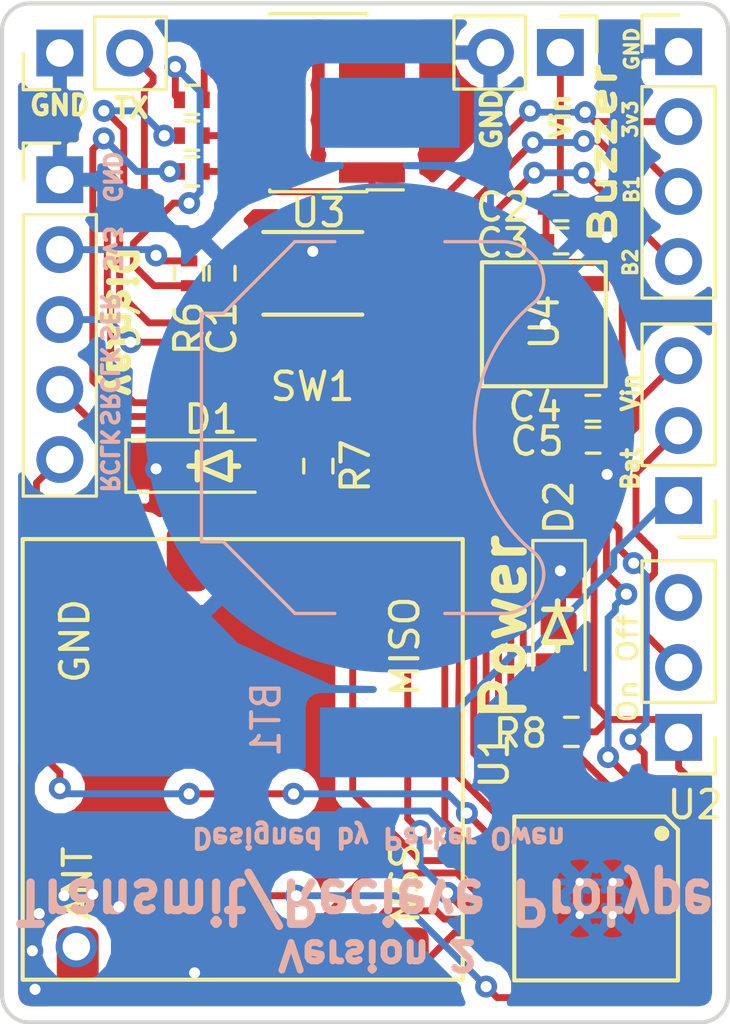
<source format=kicad_pcb>
(kicad_pcb (version 20171130) (host pcbnew "(5.0.1)-3")

  (general
    (thickness 1.6)
    (drawings 43)
    (tracks 371)
    (zones 0)
    (modules 25)
    (nets 54)
  )

  (page A4)
  (layers
    (0 F.Cu signal)
    (31 B.Cu signal)
    (32 B.Adhes user)
    (33 F.Adhes user)
    (34 B.Paste user)
    (35 F.Paste user)
    (36 B.SilkS user)
    (37 F.SilkS user)
    (38 B.Mask user)
    (39 F.Mask user)
    (40 Dwgs.User user)
    (41 Cmts.User user)
    (42 Eco1.User user)
    (43 Eco2.User user)
    (44 Edge.Cuts user)
    (45 Margin user)
    (46 B.CrtYd user)
    (47 F.CrtYd user)
    (48 B.Fab user hide)
    (49 F.Fab user hide)
  )

  (setup
    (last_trace_width 0.25)
    (trace_clearance 0.2)
    (zone_clearance 0.508)
    (zone_45_only no)
    (trace_min 0.2)
    (segment_width 0.2)
    (edge_width 0.15)
    (via_size 0.8)
    (via_drill 0.4)
    (via_min_size 0.4)
    (via_min_drill 0.3)
    (uvia_size 0.3)
    (uvia_drill 0.1)
    (uvias_allowed no)
    (uvia_min_size 0.2)
    (uvia_min_drill 0.1)
    (pcb_text_width 0.3)
    (pcb_text_size 1.5 1.5)
    (mod_edge_width 0.15)
    (mod_text_size 1 1)
    (mod_text_width 0.15)
    (pad_size 1.5 1.5)
    (pad_drill 1)
    (pad_to_mask_clearance 0.2)
    (solder_mask_min_width 0.25)
    (aux_axis_origin 0 0)
    (visible_elements 7FFFFFFF)
    (pcbplotparams
      (layerselection 0x010fc_ffffffff)
      (usegerberextensions false)
      (usegerberattributes false)
      (usegerberadvancedattributes false)
      (creategerberjobfile false)
      (excludeedgelayer true)
      (linewidth 0.100000)
      (plotframeref false)
      (viasonmask false)
      (mode 1)
      (useauxorigin false)
      (hpglpennumber 1)
      (hpglpenspeed 20)
      (hpglpendiameter 15.000000)
      (psnegative false)
      (psa4output false)
      (plotreference true)
      (plotvalue true)
      (plotinvisibletext false)
      (padsonsilk false)
      (subtractmaskfromsilk false)
      (outputformat 1)
      (mirror false)
      (drillshape 1)
      (scaleselection 1)
      (outputdirectory ""))
  )

  (net 0 "")
  (net 1 GND)
  (net 2 "Net-(BT1-Pad1)")
  (net 3 MISO)
  (net 4 DIO0)
  (net 5 "Net-(U1-Pad4)")
  (net 6 NSS)
  (net 7 "Net-(U1-Pad11)")
  (net 8 +3V3)
  (net 9 MOSI)
  (net 10 SCK)
  (net 11 TARGET_nRESET-P0_5)
  (net 12 TARGET_SWCLK)
  (net 13 Target_SWDIO)
  (net 14 Display_SRCLK)
  (net 15 "Net-(U2-Pad26)")
  (net 16 "Net-(U2-Pad27)")
  (net 17 LED)
  (net 18 Serial_Debug)
  (net 19 Display_Serial)
  (net 20 Display_RCLK)
  (net 21 "Net-(U2-Pad25)")
  (net 22 "Net-(U2-Pad16)")
  (net 23 "Net-(U2-Pad18)")
  (net 24 "Net-(U2-Pad17)")
  (net 25 "Net-(U2-Pad22)")
  (net 26 "Net-(U2-Pad20)")
  (net 27 "Net-(U2-Pad24)")
  (net 28 "Net-(U2-Pad21)")
  (net 29 "Net-(U2-Pad23)")
  (net 30 "Net-(C2-Pad1)")
  (net 31 "Net-(J4-Pad2)")
  (net 32 "Net-(R3-Pad1)")
  (net 33 "Net-(R4-Pad1)")
  (net 34 "Net-(R5-Pad1)")
  (net 35 "Net-(D1-Pad2)")
  (net 36 "Net-(D2-Pad2)")
  (net 37 "Net-(U3-Pad8)")
  (net 38 "Net-(U3-Pad7)")
  (net 39 "Net-(U3-Pad6)")
  (net 40 "Net-(U1-Pad10)")
  (net 41 "Net-(U1-Pad9)")
  (net 42 "Net-(U1-Pad12)")
  (net 43 "Net-(U4-Pad3)")
  (net 44 "Net-(J6-Pad3)")
  (net 45 "Net-(U2-Pad31)")
  (net 46 "Net-(U2-Pad28)")
  (net 47 "Net-(U2-Pad29)")
  (net 48 "Net-(U2-Pad32)")
  (net 49 "Net-(U2-Pad30)")
  (net 50 Buzz_1)
  (net 51 Buzz_2)
  (net 52 "Net-(U1-Pad1)")
  (net 53 "Net-(C4-Pad1)")

  (net_class Default "This is the default net class."
    (clearance 0.2)
    (trace_width 0.25)
    (via_dia 0.8)
    (via_drill 0.4)
    (uvia_dia 0.3)
    (uvia_drill 0.1)
    (add_net +3V3)
    (add_net Buzz_1)
    (add_net Buzz_2)
    (add_net DIO0)
    (add_net Display_RCLK)
    (add_net Display_SRCLK)
    (add_net Display_Serial)
    (add_net GND)
    (add_net LED)
    (add_net MISO)
    (add_net MOSI)
    (add_net NSS)
    (add_net "Net-(BT1-Pad1)")
    (add_net "Net-(C2-Pad1)")
    (add_net "Net-(C4-Pad1)")
    (add_net "Net-(D1-Pad2)")
    (add_net "Net-(D2-Pad2)")
    (add_net "Net-(J4-Pad2)")
    (add_net "Net-(J6-Pad3)")
    (add_net "Net-(R3-Pad1)")
    (add_net "Net-(R4-Pad1)")
    (add_net "Net-(R5-Pad1)")
    (add_net "Net-(U1-Pad1)")
    (add_net "Net-(U1-Pad10)")
    (add_net "Net-(U1-Pad11)")
    (add_net "Net-(U1-Pad12)")
    (add_net "Net-(U1-Pad4)")
    (add_net "Net-(U1-Pad9)")
    (add_net "Net-(U2-Pad16)")
    (add_net "Net-(U2-Pad17)")
    (add_net "Net-(U2-Pad18)")
    (add_net "Net-(U2-Pad20)")
    (add_net "Net-(U2-Pad21)")
    (add_net "Net-(U2-Pad22)")
    (add_net "Net-(U2-Pad23)")
    (add_net "Net-(U2-Pad24)")
    (add_net "Net-(U2-Pad25)")
    (add_net "Net-(U2-Pad26)")
    (add_net "Net-(U2-Pad27)")
    (add_net "Net-(U2-Pad28)")
    (add_net "Net-(U2-Pad29)")
    (add_net "Net-(U2-Pad30)")
    (add_net "Net-(U2-Pad31)")
    (add_net "Net-(U2-Pad32)")
    (add_net "Net-(U3-Pad6)")
    (add_net "Net-(U3-Pad7)")
    (add_net "Net-(U3-Pad8)")
    (add_net "Net-(U4-Pad3)")
    (add_net SCK)
    (add_net Serial_Debug)
    (add_net TARGET_SWCLK)
    (add_net TARGET_nRESET-P0_5)
    (add_net Target_SWDIO)
  )

  (module my_foot_prints:PRT-11892 (layer B.Cu) (tedit 5BBE32CD) (tstamp 5BBED00D)
    (at 82.7 61.4 270)
    (descr http://www.keyelco.com/product-pdf.cfm?p=777)
    (tags "Keystone type 3000 coin cell retainer")
    (path /5BBFEF2B)
    (attr smd)
    (fp_text reference BT1 (at 10.6 4.5 270) (layer B.SilkS)
      (effects (font (size 1 1) (thickness 0.15)) (justify mirror))
    )
    (fp_text value Battery_Cell (at 0 -8.6 270) (layer B.Fab)
      (effects (font (size 1 1) (thickness 0.15)) (justify mirror))
    )
    (fp_line (start -4 6.7) (end 4 6.7) (layer B.Fab) (width 0.1))
    (fp_line (start -4 6.7) (end -4 6) (layer B.Fab) (width 0.1))
    (fp_line (start 4 6.7) (end 4 6) (layer B.Fab) (width 0.1))
    (fp_line (start -4 6) (end -6.6 3.4) (layer B.Fab) (width 0.1))
    (fp_line (start 4 6) (end 6.6 3.4) (layer B.Fab) (width 0.1))
    (fp_line (start -6.6 3.4) (end -6.6 -4.1) (layer B.Fab) (width 0.1))
    (fp_line (start 6.6 3.4) (end 6.6 -4.1) (layer B.Fab) (width 0.1))
    (fp_arc (start -5.25 -4.1) (end -5.3 -5.45) (angle -90) (layer B.Fab) (width 0.1))
    (fp_line (start 6.75 3.45) (end 6.75 2) (layer B.SilkS) (width 0.12))
    (fp_line (start 4.15 6.05) (end 6.75 3.45) (layer B.SilkS) (width 0.12))
    (fp_line (start 4.15 6.85) (end 4.15 6.05) (layer B.SilkS) (width 0.12))
    (fp_line (start -4.15 6.85) (end 4.15 6.85) (layer B.SilkS) (width 0.12))
    (fp_line (start -4.15 6.05) (end -4.15 6.85) (layer B.SilkS) (width 0.12))
    (fp_line (start -6.75 3.45) (end -4.15 6.05) (layer B.SilkS) (width 0.12))
    (fp_line (start -6.75 2) (end -6.75 3.45) (layer B.SilkS) (width 0.12))
    (fp_line (start -7.25 2.15) (end -7.25 3.8) (layer B.CrtYd) (width 0.05))
    (fp_line (start -7.25 3.8) (end -4.65 6.4) (layer B.CrtYd) (width 0.05))
    (fp_line (start -4.65 6.4) (end -4.65 7.35) (layer B.CrtYd) (width 0.05))
    (fp_line (start -4.65 7.35) (end 4.65 7.35) (layer B.CrtYd) (width 0.05))
    (fp_line (start 4.65 6.4) (end 4.65 7.35) (layer B.CrtYd) (width 0.05))
    (fp_line (start 7.25 3.8) (end 4.65 6.4) (layer B.CrtYd) (width 0.05))
    (fp_line (start 7.25 2.15) (end 7.25 3.8) (layer B.CrtYd) (width 0.05))
    (fp_arc (start 5.25 -4.1) (end 5.3 -5.45) (angle 90) (layer B.Fab) (width 0.1))
    (fp_line (start -6.75 -2) (end -6.75 -4.1) (layer B.SilkS) (width 0.12))
    (fp_line (start 6.75 -2) (end 6.75 -4.1) (layer B.SilkS) (width 0.12))
    (fp_line (start 7.25 -2.15) (end 7.25 -4.1) (layer B.CrtYd) (width 0.05))
    (fp_line (start -7.25 -2.15) (end -7.25 -4.1) (layer B.CrtYd) (width 0.05))
    (fp_arc (start -5.25 -4.1) (end -5.3 -5.6) (angle -90) (layer B.SilkS) (width 0.12))
    (fp_arc (start 5.25 -4.1) (end 5.3 -5.6) (angle 90) (layer B.SilkS) (width 0.12))
    (fp_arc (start -5.25 -4.1) (end -5.3 -6.1) (angle -90) (layer B.CrtYd) (width 0.05))
    (fp_arc (start 0 -8.9) (end -4.6 -5.1) (angle -101) (layer B.Fab) (width 0.1))
    (fp_arc (start -5.29 -4.6) (end -4.6 -5.1) (angle -60) (layer B.Fab) (width 0.1))
    (fp_arc (start 5.29 -4.6) (end 4.6 -5.1) (angle 60) (layer B.Fab) (width 0.1))
    (fp_arc (start 0 -8.9) (end -4.5 -5.2) (angle -101) (layer B.SilkS) (width 0.12))
    (fp_arc (start -5.29 -4.6) (end -4.5 -5.2) (angle -60) (layer B.SilkS) (width 0.12))
    (fp_arc (start 5.29 -4.6) (end 4.5 -5.2) (angle 60) (layer B.SilkS) (width 0.12))
    (fp_circle (center 0 0) (end 0 -6.25) (layer Dwgs.User) (width 0.15))
    (fp_arc (start -5.29 -4.6) (end -4.22 -5.65) (angle -54.1) (layer B.CrtYd) (width 0.05))
    (fp_arc (start 5.29 -4.6) (end 4.22 -5.65) (angle 54.1) (layer B.CrtYd) (width 0.05))
    (fp_arc (start 5.25 -4.1) (end 5.3 -6.1) (angle 90) (layer B.CrtYd) (width 0.05))
    (fp_arc (start 0 0) (end 0 -6.75) (angle 36.6) (layer B.CrtYd) (width 0.05))
    (fp_arc (start 0.11 -9.15) (end -4.22 -5.65) (angle -3.1) (layer B.CrtYd) (width 0.05))
    (fp_arc (start 0.11 -9.15) (end 4.22 -5.65) (angle 3.1) (layer B.CrtYd) (width 0.05))
    (fp_arc (start 0 0) (end 0 -6.75) (angle -36.6) (layer B.CrtYd) (width 0.05))
    (pad 2 smd circle (at 0 0 270) (size 17.78 17.78) (layers B.Cu B.Mask)
      (net 1 GND))
    (pad 1 smd rect (at -11.43 0 270) (size 2.54 5.08) (layers B.Cu B.Paste B.Mask)
      (net 2 "Net-(BT1-Pad1)"))
    (pad 1 smd rect (at 11.43 0 270) (size 2.54 5.08) (layers B.Cu B.Paste B.Mask)
      (net 2 "Net-(BT1-Pad1)"))
    (model Battery_Holders.3dshapes/Keystone_3000_1x12mm-CoinCell.wrl
      (at (xyz 0 0 0))
      (scale (xyz 1 1 1))
      (rotate (xyz 0 0 0))
    )
  )

  (module my_foot_prints:R_0402 (layer F.Cu) (tedit 58E0A804) (tstamp 5BBEDB99)
    (at 75.4 55.8 270)
    (descr "Resistor SMD 0402, reflow soldering, Vishay (see dcrcw.pdf)")
    (tags "resistor 0402")
    (path /5BBCCA99)
    (attr smd)
    (fp_text reference R6 (at 2 0 270) (layer F.SilkS)
      (effects (font (size 1 1) (thickness 0.15)))
    )
    (fp_text value 100Kohm (at 0 1.45 270) (layer F.Fab)
      (effects (font (size 1 1) (thickness 0.15)))
    )
    (fp_line (start 0.8 0.45) (end -0.8 0.45) (layer F.CrtYd) (width 0.05))
    (fp_line (start 0.8 0.45) (end 0.8 -0.45) (layer F.CrtYd) (width 0.05))
    (fp_line (start -0.8 -0.45) (end -0.8 0.45) (layer F.CrtYd) (width 0.05))
    (fp_line (start -0.8 -0.45) (end 0.8 -0.45) (layer F.CrtYd) (width 0.05))
    (fp_line (start -0.25 0.53) (end 0.25 0.53) (layer F.SilkS) (width 0.12))
    (fp_line (start 0.25 -0.53) (end -0.25 -0.53) (layer F.SilkS) (width 0.12))
    (fp_line (start -0.5 -0.25) (end 0.5 -0.25) (layer F.Fab) (width 0.1))
    (fp_line (start 0.5 -0.25) (end 0.5 0.25) (layer F.Fab) (width 0.1))
    (fp_line (start 0.5 0.25) (end -0.5 0.25) (layer F.Fab) (width 0.1))
    (fp_line (start -0.5 0.25) (end -0.5 -0.25) (layer F.Fab) (width 0.1))
    (fp_text user %R (at 0 -1.35 270) (layer F.Fab)
      (effects (font (size 1 1) (thickness 0.15)))
    )
    (pad 2 smd rect (at 0.45 0 270) (size 0.4 0.6) (layers F.Cu F.Paste F.Mask)
      (net 11 TARGET_nRESET-P0_5))
    (pad 1 smd rect (at -0.45 0 270) (size 0.4 0.6) (layers F.Cu F.Paste F.Mask)
      (net 8 +3V3))
    (model ${KISYS3DMOD}/Resistors_SMD.3dshapes/R_0402.wrl
      (at (xyz 0 0 0))
      (scale (xyz 1 1 1))
      (rotate (xyz 0 0 0))
    )
  )

  (module my_foot_prints:C_0402 (layer F.Cu) (tedit 58AA841A) (tstamp 5BBEDB69)
    (at 76.6 55.8 90)
    (descr "Capacitor SMD 0402, reflow soldering, AVX (see smccp.pdf)")
    (tags "capacitor 0402")
    (path /5BBCB778)
    (attr smd)
    (fp_text reference C1 (at -2 0 90) (layer F.SilkS)
      (effects (font (size 1 1) (thickness 0.15)))
    )
    (fp_text value 0.1uF (at 0 1.27 90) (layer F.Fab)
      (effects (font (size 1 1) (thickness 0.15)))
    )
    (fp_line (start 1 0.4) (end -1 0.4) (layer F.CrtYd) (width 0.05))
    (fp_line (start 1 0.4) (end 1 -0.4) (layer F.CrtYd) (width 0.05))
    (fp_line (start -1 -0.4) (end -1 0.4) (layer F.CrtYd) (width 0.05))
    (fp_line (start -1 -0.4) (end 1 -0.4) (layer F.CrtYd) (width 0.05))
    (fp_line (start -0.25 0.47) (end 0.25 0.47) (layer F.SilkS) (width 0.12))
    (fp_line (start 0.25 -0.47) (end -0.25 -0.47) (layer F.SilkS) (width 0.12))
    (fp_line (start -0.5 -0.25) (end 0.5 -0.25) (layer F.Fab) (width 0.1))
    (fp_line (start 0.5 -0.25) (end 0.5 0.25) (layer F.Fab) (width 0.1))
    (fp_line (start 0.5 0.25) (end -0.5 0.25) (layer F.Fab) (width 0.1))
    (fp_line (start -0.5 0.25) (end -0.5 -0.25) (layer F.Fab) (width 0.1))
    (fp_text user %R (at 0 -1.27 90) (layer F.Fab)
      (effects (font (size 1 1) (thickness 0.15)))
    )
    (pad 2 smd rect (at 0.55 0 90) (size 0.6 0.5) (layers F.Cu F.Paste F.Mask)
      (net 1 GND))
    (pad 1 smd rect (at -0.55 0 90) (size 0.6 0.5) (layers F.Cu F.Paste F.Mask)
      (net 11 TARGET_nRESET-P0_5))
    (model Capacitors_SMD.3dshapes/C_0402.wrl
      (at (xyz 0 0 0))
      (scale (xyz 1 1 1))
      (rotate (xyz 0 0 0))
    )
  )

  (module my_foot_prints:C_0402 (layer F.Cu) (tedit 58AA841A) (tstamp 5BBEA8FD)
    (at 88.927651 53.42348)
    (descr "Capacitor SMD 0402, reflow soldering, AVX (see smccp.pdf)")
    (tags "capacitor 0402")
    (path /5BBD7614)
    (attr smd)
    (fp_text reference C2 (at -2.127651 -0.02348) (layer F.SilkS)
      (effects (font (size 1 1) (thickness 0.15)))
    )
    (fp_text value 2.2uF (at 0 1.27) (layer F.Fab)
      (effects (font (size 1 1) (thickness 0.15)))
    )
    (fp_line (start 1 0.4) (end -1 0.4) (layer F.CrtYd) (width 0.05))
    (fp_line (start 1 0.4) (end 1 -0.4) (layer F.CrtYd) (width 0.05))
    (fp_line (start -1 -0.4) (end -1 0.4) (layer F.CrtYd) (width 0.05))
    (fp_line (start -1 -0.4) (end 1 -0.4) (layer F.CrtYd) (width 0.05))
    (fp_line (start -0.25 0.47) (end 0.25 0.47) (layer F.SilkS) (width 0.12))
    (fp_line (start 0.25 -0.47) (end -0.25 -0.47) (layer F.SilkS) (width 0.12))
    (fp_line (start -0.5 -0.25) (end 0.5 -0.25) (layer F.Fab) (width 0.1))
    (fp_line (start 0.5 -0.25) (end 0.5 0.25) (layer F.Fab) (width 0.1))
    (fp_line (start 0.5 0.25) (end -0.5 0.25) (layer F.Fab) (width 0.1))
    (fp_line (start -0.5 0.25) (end -0.5 -0.25) (layer F.Fab) (width 0.1))
    (fp_text user %R (at 0 -1.27) (layer F.Fab)
      (effects (font (size 1 1) (thickness 0.15)))
    )
    (pad 2 smd rect (at 0.55 0) (size 0.6 0.5) (layers F.Cu F.Paste F.Mask)
      (net 1 GND))
    (pad 1 smd rect (at -0.55 0) (size 0.6 0.5) (layers F.Cu F.Paste F.Mask)
      (net 30 "Net-(C2-Pad1)"))
    (model Capacitors_SMD.3dshapes/C_0402.wrl
      (at (xyz 0 0 0))
      (scale (xyz 1 1 1))
      (rotate (xyz 0 0 0))
    )
  )

  (module my_foot_prints:C_0402 (layer F.Cu) (tedit 58AA841A) (tstamp 5BBECB5C)
    (at 88.927651 54.62348)
    (descr "Capacitor SMD 0402, reflow soldering, AVX (see smccp.pdf)")
    (tags "capacitor 0402")
    (path /5BBD75AC)
    (attr smd)
    (fp_text reference C3 (at -2.127651 0.07652) (layer F.SilkS)
      (effects (font (size 1 1) (thickness 0.15)))
    )
    (fp_text value 0.1uF (at 0 1.27) (layer F.Fab)
      (effects (font (size 1 1) (thickness 0.15)))
    )
    (fp_text user %R (at 0 -1.27) (layer F.Fab)
      (effects (font (size 1 1) (thickness 0.15)))
    )
    (fp_line (start -0.5 0.25) (end -0.5 -0.25) (layer F.Fab) (width 0.1))
    (fp_line (start 0.5 0.25) (end -0.5 0.25) (layer F.Fab) (width 0.1))
    (fp_line (start 0.5 -0.25) (end 0.5 0.25) (layer F.Fab) (width 0.1))
    (fp_line (start -0.5 -0.25) (end 0.5 -0.25) (layer F.Fab) (width 0.1))
    (fp_line (start 0.25 -0.47) (end -0.25 -0.47) (layer F.SilkS) (width 0.12))
    (fp_line (start -0.25 0.47) (end 0.25 0.47) (layer F.SilkS) (width 0.12))
    (fp_line (start -1 -0.4) (end 1 -0.4) (layer F.CrtYd) (width 0.05))
    (fp_line (start -1 -0.4) (end -1 0.4) (layer F.CrtYd) (width 0.05))
    (fp_line (start 1 0.4) (end 1 -0.4) (layer F.CrtYd) (width 0.05))
    (fp_line (start 1 0.4) (end -1 0.4) (layer F.CrtYd) (width 0.05))
    (pad 1 smd rect (at -0.55 0) (size 0.6 0.5) (layers F.Cu F.Paste F.Mask)
      (net 30 "Net-(C2-Pad1)"))
    (pad 2 smd rect (at 0.55 0) (size 0.6 0.5) (layers F.Cu F.Paste F.Mask)
      (net 1 GND))
    (model Capacitors_SMD.3dshapes/C_0402.wrl
      (at (xyz 0 0 0))
      (scale (xyz 1 1 1))
      (rotate (xyz 0 0 0))
    )
  )

  (module my_foot_prints:C_0402 (layer F.Cu) (tedit 58AA841A) (tstamp 5BBF9080)
    (at 90.08 60.7 180)
    (descr "Capacitor SMD 0402, reflow soldering, AVX (see smccp.pdf)")
    (tags "capacitor 0402")
    (path /5BBD5AE1)
    (attr smd)
    (fp_text reference C4 (at 2.1 0.05 180) (layer F.SilkS)
      (effects (font (size 1 1) (thickness 0.15)))
    )
    (fp_text value 0.1uF (at 0 1.27 180) (layer F.Fab)
      (effects (font (size 1 1) (thickness 0.15)))
    )
    (fp_text user %R (at 0 -1.27 180) (layer F.Fab)
      (effects (font (size 1 1) (thickness 0.15)))
    )
    (fp_line (start -0.5 0.25) (end -0.5 -0.25) (layer F.Fab) (width 0.1))
    (fp_line (start 0.5 0.25) (end -0.5 0.25) (layer F.Fab) (width 0.1))
    (fp_line (start 0.5 -0.25) (end 0.5 0.25) (layer F.Fab) (width 0.1))
    (fp_line (start -0.5 -0.25) (end 0.5 -0.25) (layer F.Fab) (width 0.1))
    (fp_line (start 0.25 -0.47) (end -0.25 -0.47) (layer F.SilkS) (width 0.12))
    (fp_line (start -0.25 0.47) (end 0.25 0.47) (layer F.SilkS) (width 0.12))
    (fp_line (start -1 -0.4) (end 1 -0.4) (layer F.CrtYd) (width 0.05))
    (fp_line (start -1 -0.4) (end -1 0.4) (layer F.CrtYd) (width 0.05))
    (fp_line (start 1 0.4) (end 1 -0.4) (layer F.CrtYd) (width 0.05))
    (fp_line (start 1 0.4) (end -1 0.4) (layer F.CrtYd) (width 0.05))
    (pad 1 smd rect (at -0.55 0 180) (size 0.6 0.5) (layers F.Cu F.Paste F.Mask)
      (net 53 "Net-(C4-Pad1)"))
    (pad 2 smd rect (at 0.55 0 180) (size 0.6 0.5) (layers F.Cu F.Paste F.Mask)
      (net 1 GND))
    (model Capacitors_SMD.3dshapes/C_0402.wrl
      (at (xyz 0 0 0))
      (scale (xyz 1 1 1))
      (rotate (xyz 0 0 0))
    )
  )

  (module my_foot_prints:C_0402 (layer F.Cu) (tedit 58AA841A) (tstamp 5BBF9050)
    (at 90.09 61.86 180)
    (descr "Capacitor SMD 0402, reflow soldering, AVX (see smccp.pdf)")
    (tags "capacitor 0402")
    (path /5BBD5C11)
    (attr smd)
    (fp_text reference C5 (at 2.04 -0.04 180) (layer F.SilkS)
      (effects (font (size 1 1) (thickness 0.15)))
    )
    (fp_text value 10uF (at 0 1.27 180) (layer F.Fab)
      (effects (font (size 1 1) (thickness 0.15)))
    )
    (fp_line (start 1 0.4) (end -1 0.4) (layer F.CrtYd) (width 0.05))
    (fp_line (start 1 0.4) (end 1 -0.4) (layer F.CrtYd) (width 0.05))
    (fp_line (start -1 -0.4) (end -1 0.4) (layer F.CrtYd) (width 0.05))
    (fp_line (start -1 -0.4) (end 1 -0.4) (layer F.CrtYd) (width 0.05))
    (fp_line (start -0.25 0.47) (end 0.25 0.47) (layer F.SilkS) (width 0.12))
    (fp_line (start 0.25 -0.47) (end -0.25 -0.47) (layer F.SilkS) (width 0.12))
    (fp_line (start -0.5 -0.25) (end 0.5 -0.25) (layer F.Fab) (width 0.1))
    (fp_line (start 0.5 -0.25) (end 0.5 0.25) (layer F.Fab) (width 0.1))
    (fp_line (start 0.5 0.25) (end -0.5 0.25) (layer F.Fab) (width 0.1))
    (fp_line (start -0.5 0.25) (end -0.5 -0.25) (layer F.Fab) (width 0.1))
    (fp_text user %R (at 0 -1.27 180) (layer F.Fab)
      (effects (font (size 1 1) (thickness 0.15)))
    )
    (pad 2 smd rect (at 0.55 0 180) (size 0.6 0.5) (layers F.Cu F.Paste F.Mask)
      (net 1 GND))
    (pad 1 smd rect (at -0.55 0 180) (size 0.6 0.5) (layers F.Cu F.Paste F.Mask)
      (net 53 "Net-(C4-Pad1)"))
    (model Capacitors_SMD.3dshapes/C_0402.wrl
      (at (xyz 0 0 0))
      (scale (xyz 1 1 1))
      (rotate (xyz 0 0 0))
    )
  )

  (module my_foot_prints:Pin_Header_Straight_1x02_Pitch2.54mm (layer F.Cu) (tedit 5BBEE6B6) (tstamp 5BBEA973)
    (at 88.9 47.78 270)
    (descr "Through hole straight pin header, 1x02, 2.54mm pitch, single row")
    (tags "Through hole pin header THT 1x02 2.54mm single row")
    (path /5BB09B4F)
    (fp_text reference J3 (at -0.85 -2.25 90) (layer F.SilkS) hide
      (effects (font (size 1 1) (thickness 0.15)))
    )
    (fp_text value Conn_01x02_Male (at 0 4.87 270) (layer F.Fab)
      (effects (font (size 1 1) (thickness 0.15)))
    )
    (fp_text user %R (at 0 1.27) (layer F.Fab)
      (effects (font (size 1 1) (thickness 0.15)))
    )
    (fp_line (start 1.8 -1.8) (end -1.8 -1.8) (layer F.CrtYd) (width 0.05))
    (fp_line (start 1.8 4.35) (end 1.8 -1.8) (layer F.CrtYd) (width 0.05))
    (fp_line (start -1.8 4.35) (end 1.8 4.35) (layer F.CrtYd) (width 0.05))
    (fp_line (start -1.8 -1.8) (end -1.8 4.35) (layer F.CrtYd) (width 0.05))
    (fp_line (start -1.33 -1.33) (end 0 -1.33) (layer F.SilkS) (width 0.12))
    (fp_line (start -1.33 0) (end -1.33 -1.33) (layer F.SilkS) (width 0.12))
    (fp_line (start -1.33 1.27) (end 1.33 1.27) (layer F.SilkS) (width 0.12))
    (fp_line (start 1.33 1.27) (end 1.33 3.87) (layer F.SilkS) (width 0.12))
    (fp_line (start -1.33 1.27) (end -1.33 3.87) (layer F.SilkS) (width 0.12))
    (fp_line (start -1.33 3.87) (end 1.33 3.87) (layer F.SilkS) (width 0.12))
    (fp_line (start -1.27 -0.635) (end -0.635 -1.27) (layer F.Fab) (width 0.1))
    (fp_line (start -1.27 3.81) (end -1.27 -0.635) (layer F.Fab) (width 0.1))
    (fp_line (start 1.27 3.81) (end -1.27 3.81) (layer F.Fab) (width 0.1))
    (fp_line (start 1.27 -1.27) (end 1.27 3.81) (layer F.Fab) (width 0.1))
    (fp_line (start -0.635 -1.27) (end 1.27 -1.27) (layer F.Fab) (width 0.1))
    (pad 2 thru_hole oval (at 0 2.54 270) (size 1.7 1.7) (drill 1) (layers *.Cu *.Mask)
      (net 1 GND))
    (pad 1 thru_hole rect (at 0 0 270) (size 1.7 1.7) (drill 1) (layers *.Cu *.Mask)
      (net 30 "Net-(C2-Pad1)"))
    (model ${KISYS3DMOD}/Pin_Headers.3dshapes/Pin_Header_Straight_1x02_Pitch2.54mm.wrl
      (at (xyz 0 0 0))
      (scale (xyz 1 1 1))
      (rotate (xyz 0 0 0))
    )
  )

  (module my_foot_prints:Pin_Header_Straight_1x03_Pitch2.54mm (layer F.Cu) (tedit 5BBEE6A9) (tstamp 5BBEA98A)
    (at 93.2 64.05 180)
    (descr "Through hole straight pin header, 1x03, 2.54mm pitch, single row")
    (tags "Through hole pin header THT 1x03 2.54mm single row")
    (path /5BC02EBD)
    (fp_text reference J4 (at 2 5.84 270) (layer F.SilkS) hide
      (effects (font (size 1 1) (thickness 0.15)))
    )
    (fp_text value Conn_01x03_Male (at 0 7.41 180) (layer F.Fab)
      (effects (font (size 1 1) (thickness 0.15)))
    )
    (fp_text user %R (at 0 2.54 270) (layer F.Fab)
      (effects (font (size 1 1) (thickness 0.15)))
    )
    (fp_line (start 1.8 -1.8) (end -1.8 -1.8) (layer F.CrtYd) (width 0.05))
    (fp_line (start 1.8 6.85) (end 1.8 -1.8) (layer F.CrtYd) (width 0.05))
    (fp_line (start -1.8 6.85) (end 1.8 6.85) (layer F.CrtYd) (width 0.05))
    (fp_line (start -1.8 -1.8) (end -1.8 6.85) (layer F.CrtYd) (width 0.05))
    (fp_line (start -1.33 -1.33) (end 0 -1.33) (layer F.SilkS) (width 0.12))
    (fp_line (start -1.33 0) (end -1.33 -1.33) (layer F.SilkS) (width 0.12))
    (fp_line (start -1.33 1.27) (end 1.33 1.27) (layer F.SilkS) (width 0.12))
    (fp_line (start 1.33 1.27) (end 1.33 6.41) (layer F.SilkS) (width 0.12))
    (fp_line (start -1.33 1.27) (end -1.33 6.41) (layer F.SilkS) (width 0.12))
    (fp_line (start -1.33 6.41) (end 1.33 6.41) (layer F.SilkS) (width 0.12))
    (fp_line (start -1.27 -0.635) (end -0.635 -1.27) (layer F.Fab) (width 0.1))
    (fp_line (start -1.27 6.35) (end -1.27 -0.635) (layer F.Fab) (width 0.1))
    (fp_line (start 1.27 6.35) (end -1.27 6.35) (layer F.Fab) (width 0.1))
    (fp_line (start 1.27 -1.27) (end 1.27 6.35) (layer F.Fab) (width 0.1))
    (fp_line (start -0.635 -1.27) (end 1.27 -1.27) (layer F.Fab) (width 0.1))
    (pad 3 thru_hole oval (at 0 5.08 180) (size 1.7 1.7) (drill 1) (layers *.Cu *.Mask)
      (net 53 "Net-(C4-Pad1)"))
    (pad 2 thru_hole oval (at 0 2.54 180) (size 1.7 1.7) (drill 1) (layers *.Cu *.Mask)
      (net 31 "Net-(J4-Pad2)"))
    (pad 1 thru_hole rect (at 0 0 180) (size 1.7 1.7) (drill 1) (layers *.Cu *.Mask)
      (net 2 "Net-(BT1-Pad1)"))
    (model ${KISYS3DMOD}/Pin_Headers.3dshapes/Pin_Header_Straight_1x03_Pitch2.54mm.wrl
      (at (xyz 0 0 0))
      (scale (xyz 1 1 1))
      (rotate (xyz 0 0 0))
    )
  )

  (module my_foot_prints:Pin_Header_Straight_1x04_Pitch2.54mm (layer F.Cu) (tedit 5BBEE815) (tstamp 5BBEEA81)
    (at 93.2 47.75)
    (descr "Through hole straight pin header, 1x04, 2.54mm pitch, single row")
    (tags "Through hole pin header THT 1x04 2.54mm single row")
    (path /5BC2AC20)
    (fp_text reference J5 (at -2.3 7 90) (layer F.SilkS) hide
      (effects (font (size 1 1) (thickness 0.15)))
    )
    (fp_text value Conn_01x04_Male (at 0 9.95) (layer F.Fab)
      (effects (font (size 1 1) (thickness 0.15)))
    )
    (fp_line (start -0.635 -1.27) (end 1.27 -1.27) (layer F.Fab) (width 0.1))
    (fp_line (start 1.27 -1.27) (end 1.27 8.89) (layer F.Fab) (width 0.1))
    (fp_line (start 1.27 8.89) (end -1.27 8.89) (layer F.Fab) (width 0.1))
    (fp_line (start -1.27 8.89) (end -1.27 -0.635) (layer F.Fab) (width 0.1))
    (fp_line (start -1.27 -0.635) (end -0.635 -1.27) (layer F.Fab) (width 0.1))
    (fp_line (start -1.33 8.95) (end 1.33 8.95) (layer F.SilkS) (width 0.12))
    (fp_line (start -1.33 1.27) (end -1.33 8.95) (layer F.SilkS) (width 0.12))
    (fp_line (start 1.33 1.27) (end 1.33 8.95) (layer F.SilkS) (width 0.12))
    (fp_line (start -1.33 1.27) (end 1.33 1.27) (layer F.SilkS) (width 0.12))
    (fp_line (start -1.33 0) (end -1.33 -1.33) (layer F.SilkS) (width 0.12))
    (fp_line (start -1.33 -1.33) (end 0 -1.33) (layer F.SilkS) (width 0.12))
    (fp_line (start -1.8 -1.8) (end -1.8 9.4) (layer F.CrtYd) (width 0.05))
    (fp_line (start -1.8 9.4) (end 1.8 9.4) (layer F.CrtYd) (width 0.05))
    (fp_line (start 1.8 9.4) (end 1.8 -1.8) (layer F.CrtYd) (width 0.05))
    (fp_line (start 1.8 -1.8) (end -1.8 -1.8) (layer F.CrtYd) (width 0.05))
    (fp_text user %R (at 0 3.81 90) (layer F.Fab)
      (effects (font (size 1 1) (thickness 0.15)))
    )
    (pad 1 thru_hole rect (at 0 0) (size 1.7 1.7) (drill 1) (layers *.Cu *.Mask)
      (net 1 GND))
    (pad 2 thru_hole oval (at 0 2.54) (size 1.7 1.7) (drill 1) (layers *.Cu *.Mask)
      (net 8 +3V3))
    (pad 3 thru_hole oval (at 0 5.08) (size 1.7 1.7) (drill 1) (layers *.Cu *.Mask)
      (net 50 Buzz_1))
    (pad 4 thru_hole oval (at 0 7.62) (size 1.7 1.7) (drill 1) (layers *.Cu *.Mask)
      (net 51 Buzz_2))
    (model ${KISYS3DMOD}/Pin_Headers.3dshapes/Pin_Header_Straight_1x04_Pitch2.54mm.wrl
      (at (xyz 0 0 0))
      (scale (xyz 1 1 1))
      (rotate (xyz 0 0 0))
    )
  )

  (module my_foot_prints:Pin_Header_Straight_1x05_Pitch2.54mm (layer F.Cu) (tedit 5BBE98B8) (tstamp 5BBEA9D1)
    (at 70.7 52.4)
    (descr "Through hole straight pin header, 1x05, 2.54mm pitch, single row")
    (tags "Through hole pin header THT 1x05 2.54mm single row")
    (path /5BBAB32B)
    (fp_text reference J7 (at 2.4 5.1 90) (layer F.SilkS)
      (effects (font (size 1 1) (thickness 0.15)))
    )
    (fp_text value Conn_01x05_Male (at 0 12.49) (layer F.Fab)
      (effects (font (size 1 1) (thickness 0.15)))
    )
    (fp_text user %R (at 0 5.08 90) (layer F.Fab)
      (effects (font (size 1 1) (thickness 0.15)))
    )
    (fp_line (start 1.8 -1.8) (end -1.8 -1.8) (layer F.CrtYd) (width 0.05))
    (fp_line (start 1.8 11.95) (end 1.8 -1.8) (layer F.CrtYd) (width 0.05))
    (fp_line (start -1.8 11.95) (end 1.8 11.95) (layer F.CrtYd) (width 0.05))
    (fp_line (start -1.8 -1.8) (end -1.8 11.95) (layer F.CrtYd) (width 0.05))
    (fp_line (start -1.33 -1.33) (end 0 -1.33) (layer F.SilkS) (width 0.12))
    (fp_line (start -1.33 0) (end -1.33 -1.33) (layer F.SilkS) (width 0.12))
    (fp_line (start -1.33 1.27) (end 1.33 1.27) (layer F.SilkS) (width 0.12))
    (fp_line (start 1.33 1.27) (end 1.33 11.49) (layer F.SilkS) (width 0.12))
    (fp_line (start -1.33 1.27) (end -1.33 11.49) (layer F.SilkS) (width 0.12))
    (fp_line (start -1.33 11.49) (end 1.33 11.49) (layer F.SilkS) (width 0.12))
    (fp_line (start -1.27 -0.635) (end -0.635 -1.27) (layer F.Fab) (width 0.1))
    (fp_line (start -1.27 11.43) (end -1.27 -0.635) (layer F.Fab) (width 0.1))
    (fp_line (start 1.27 11.43) (end -1.27 11.43) (layer F.Fab) (width 0.1))
    (fp_line (start 1.27 -1.27) (end 1.27 11.43) (layer F.Fab) (width 0.1))
    (fp_line (start -0.635 -1.27) (end 1.27 -1.27) (layer F.Fab) (width 0.1))
    (pad 5 thru_hole oval (at 0 10.16) (size 1.7 1.7) (drill 1) (layers *.Cu *.Mask)
      (net 20 Display_RCLK))
    (pad 4 thru_hole oval (at 0 7.62) (size 1.7 1.7) (drill 1) (layers *.Cu *.Mask)
      (net 14 Display_SRCLK))
    (pad 3 thru_hole oval (at 0 5.08) (size 1.7 1.7) (drill 1) (layers *.Cu *.Mask)
      (net 19 Display_Serial))
    (pad 2 thru_hole oval (at 0 2.54) (size 1.7 1.7) (drill 1) (layers *.Cu *.Mask)
      (net 8 +3V3))
    (pad 1 thru_hole rect (at 0 0) (size 1.7 1.7) (drill 1) (layers *.Cu *.Mask)
      (net 1 GND))
    (model ${KISYS3DMOD}/Pin_Headers.3dshapes/Pin_Header_Straight_1x05_Pitch2.54mm.wrl
      (at (xyz 0 0 0))
      (scale (xyz 1 1 1))
      (rotate (xyz 0 0 0))
    )
  )

  (module my_foot_prints:Pin_Header_Straight_1x02_Pitch2.54mm (layer F.Cu) (tedit 5BBEE6F4) (tstamp 5BBEA9E7)
    (at 70.7 47.8 90)
    (descr "Through hole straight pin header, 1x02, 2.54mm pitch, single row")
    (tags "Through hole pin header THT 1x02 2.54mm single row")
    (path /5BC10EB1)
    (fp_text reference J8 (at 0 4.6 90) (layer F.SilkS) hide
      (effects (font (size 1 1) (thickness 0.15)))
    )
    (fp_text value Conn_01x02_Male (at 0 4.87 90) (layer F.Fab)
      (effects (font (size 1 1) (thickness 0.15)))
    )
    (fp_line (start -0.635 -1.27) (end 1.27 -1.27) (layer F.Fab) (width 0.1))
    (fp_line (start 1.27 -1.27) (end 1.27 3.81) (layer F.Fab) (width 0.1))
    (fp_line (start 1.27 3.81) (end -1.27 3.81) (layer F.Fab) (width 0.1))
    (fp_line (start -1.27 3.81) (end -1.27 -0.635) (layer F.Fab) (width 0.1))
    (fp_line (start -1.27 -0.635) (end -0.635 -1.27) (layer F.Fab) (width 0.1))
    (fp_line (start -1.33 3.87) (end 1.33 3.87) (layer F.SilkS) (width 0.12))
    (fp_line (start -1.33 1.27) (end -1.33 3.87) (layer F.SilkS) (width 0.12))
    (fp_line (start 1.33 1.27) (end 1.33 3.87) (layer F.SilkS) (width 0.12))
    (fp_line (start -1.33 1.27) (end 1.33 1.27) (layer F.SilkS) (width 0.12))
    (fp_line (start -1.33 0) (end -1.33 -1.33) (layer F.SilkS) (width 0.12))
    (fp_line (start -1.33 -1.33) (end 0 -1.33) (layer F.SilkS) (width 0.12))
    (fp_line (start -1.8 -1.8) (end -1.8 4.35) (layer F.CrtYd) (width 0.05))
    (fp_line (start -1.8 4.35) (end 1.8 4.35) (layer F.CrtYd) (width 0.05))
    (fp_line (start 1.8 4.35) (end 1.8 -1.8) (layer F.CrtYd) (width 0.05))
    (fp_line (start 1.8 -1.8) (end -1.8 -1.8) (layer F.CrtYd) (width 0.05))
    (fp_text user %R (at 0 1.27 180) (layer F.Fab)
      (effects (font (size 1 1) (thickness 0.15)))
    )
    (pad 1 thru_hole rect (at 0 0 90) (size 1.7 1.7) (drill 1) (layers *.Cu *.Mask)
      (net 1 GND))
    (pad 2 thru_hole oval (at 0 2.54 90) (size 1.7 1.7) (drill 1) (layers *.Cu *.Mask)
      (net 18 Serial_Debug))
    (model ${KISYS3DMOD}/Pin_Headers.3dshapes/Pin_Header_Straight_1x02_Pitch2.54mm.wrl
      (at (xyz 0 0 0))
      (scale (xyz 1 1 1))
      (rotate (xyz 0 0 0))
    )
  )

  (module my_foot_prints:R_0402 (layer F.Cu) (tedit 5BBEE70D) (tstamp 5BBEAA1A)
    (at 75.5 52.1 180)
    (descr "Resistor SMD 0402, reflow soldering, Vishay (see dcrcw.pdf)")
    (tags "resistor 0402")
    (path /5BB0668D)
    (attr smd)
    (fp_text reference R3 (at 1.8 0) (layer F.SilkS) hide
      (effects (font (size 1 1) (thickness 0.15)))
    )
    (fp_text value "270 ohm" (at 0 1.45 180) (layer F.Fab)
      (effects (font (size 1 1) (thickness 0.15)))
    )
    (fp_line (start 0.8 0.45) (end -0.8 0.45) (layer F.CrtYd) (width 0.05))
    (fp_line (start 0.8 0.45) (end 0.8 -0.45) (layer F.CrtYd) (width 0.05))
    (fp_line (start -0.8 -0.45) (end -0.8 0.45) (layer F.CrtYd) (width 0.05))
    (fp_line (start -0.8 -0.45) (end 0.8 -0.45) (layer F.CrtYd) (width 0.05))
    (fp_line (start -0.25 0.53) (end 0.25 0.53) (layer F.SilkS) (width 0.12))
    (fp_line (start 0.25 -0.53) (end -0.25 -0.53) (layer F.SilkS) (width 0.12))
    (fp_line (start -0.5 -0.25) (end 0.5 -0.25) (layer F.Fab) (width 0.1))
    (fp_line (start 0.5 -0.25) (end 0.5 0.25) (layer F.Fab) (width 0.1))
    (fp_line (start 0.5 0.25) (end -0.5 0.25) (layer F.Fab) (width 0.1))
    (fp_line (start -0.5 0.25) (end -0.5 -0.25) (layer F.Fab) (width 0.1))
    (fp_text user %R (at 0 -1.35 180) (layer F.Fab)
      (effects (font (size 1 1) (thickness 0.15)))
    )
    (pad 2 smd rect (at 0.45 0 180) (size 0.4 0.6) (layers F.Cu F.Paste F.Mask)
      (net 13 Target_SWDIO))
    (pad 1 smd rect (at -0.45 0 180) (size 0.4 0.6) (layers F.Cu F.Paste F.Mask)
      (net 32 "Net-(R3-Pad1)"))
    (model ${KISYS3DMOD}/Resistors_SMD.3dshapes/R_0402.wrl
      (at (xyz 0 0 0))
      (scale (xyz 1 1 1))
      (rotate (xyz 0 0 0))
    )
  )

  (module my_foot_prints:R_0402 (layer F.Cu) (tedit 5BBEE706) (tstamp 5BBEAA2B)
    (at 75.5 50.8 180)
    (descr "Resistor SMD 0402, reflow soldering, Vishay (see dcrcw.pdf)")
    (tags "resistor 0402")
    (path /5BB0661F)
    (attr smd)
    (fp_text reference R4 (at 1.8 0) (layer F.SilkS) hide
      (effects (font (size 1 1) (thickness 0.15)))
    )
    (fp_text value "270 ohm" (at 0 1.45 180) (layer F.Fab)
      (effects (font (size 1 1) (thickness 0.15)))
    )
    (fp_text user %R (at 0 -1.35 180) (layer F.Fab)
      (effects (font (size 1 1) (thickness 0.15)))
    )
    (fp_line (start -0.5 0.25) (end -0.5 -0.25) (layer F.Fab) (width 0.1))
    (fp_line (start 0.5 0.25) (end -0.5 0.25) (layer F.Fab) (width 0.1))
    (fp_line (start 0.5 -0.25) (end 0.5 0.25) (layer F.Fab) (width 0.1))
    (fp_line (start -0.5 -0.25) (end 0.5 -0.25) (layer F.Fab) (width 0.1))
    (fp_line (start 0.25 -0.53) (end -0.25 -0.53) (layer F.SilkS) (width 0.12))
    (fp_line (start -0.25 0.53) (end 0.25 0.53) (layer F.SilkS) (width 0.12))
    (fp_line (start -0.8 -0.45) (end 0.8 -0.45) (layer F.CrtYd) (width 0.05))
    (fp_line (start -0.8 -0.45) (end -0.8 0.45) (layer F.CrtYd) (width 0.05))
    (fp_line (start 0.8 0.45) (end 0.8 -0.45) (layer F.CrtYd) (width 0.05))
    (fp_line (start 0.8 0.45) (end -0.8 0.45) (layer F.CrtYd) (width 0.05))
    (pad 1 smd rect (at -0.45 0 180) (size 0.4 0.6) (layers F.Cu F.Paste F.Mask)
      (net 33 "Net-(R4-Pad1)"))
    (pad 2 smd rect (at 0.45 0 180) (size 0.4 0.6) (layers F.Cu F.Paste F.Mask)
      (net 12 TARGET_SWCLK))
    (model ${KISYS3DMOD}/Resistors_SMD.3dshapes/R_0402.wrl
      (at (xyz 0 0 0))
      (scale (xyz 1 1 1))
      (rotate (xyz 0 0 0))
    )
  )

  (module my_foot_prints:R_0402 (layer F.Cu) (tedit 5BBEE6FF) (tstamp 5BBEAA3C)
    (at 75.5 49.5 180)
    (descr "Resistor SMD 0402, reflow soldering, Vishay (see dcrcw.pdf)")
    (tags "resistor 0402")
    (path /5BB0659E)
    (attr smd)
    (fp_text reference R5 (at 1.8 0) (layer F.SilkS) hide
      (effects (font (size 1 1) (thickness 0.15)))
    )
    (fp_text value "270 ohm" (at 0 1.45 180) (layer F.Fab)
      (effects (font (size 1 1) (thickness 0.15)))
    )
    (fp_line (start 0.8 0.45) (end -0.8 0.45) (layer F.CrtYd) (width 0.05))
    (fp_line (start 0.8 0.45) (end 0.8 -0.45) (layer F.CrtYd) (width 0.05))
    (fp_line (start -0.8 -0.45) (end -0.8 0.45) (layer F.CrtYd) (width 0.05))
    (fp_line (start -0.8 -0.45) (end 0.8 -0.45) (layer F.CrtYd) (width 0.05))
    (fp_line (start -0.25 0.53) (end 0.25 0.53) (layer F.SilkS) (width 0.12))
    (fp_line (start 0.25 -0.53) (end -0.25 -0.53) (layer F.SilkS) (width 0.12))
    (fp_line (start -0.5 -0.25) (end 0.5 -0.25) (layer F.Fab) (width 0.1))
    (fp_line (start 0.5 -0.25) (end 0.5 0.25) (layer F.Fab) (width 0.1))
    (fp_line (start 0.5 0.25) (end -0.5 0.25) (layer F.Fab) (width 0.1))
    (fp_line (start -0.5 0.25) (end -0.5 -0.25) (layer F.Fab) (width 0.1))
    (fp_text user %R (at 0 -1.35 180) (layer F.Fab)
      (effects (font (size 1 1) (thickness 0.15)))
    )
    (pad 2 smd rect (at 0.45 0 180) (size 0.4 0.6) (layers F.Cu F.Paste F.Mask)
      (net 11 TARGET_nRESET-P0_5))
    (pad 1 smd rect (at -0.45 0 180) (size 0.4 0.6) (layers F.Cu F.Paste F.Mask)
      (net 34 "Net-(R5-Pad1)"))
    (model ${KISYS3DMOD}/Resistors_SMD.3dshapes/R_0402.wrl
      (at (xyz 0 0 0))
      (scale (xyz 1 1 1))
      (rotate (xyz 0 0 0))
    )
  )

  (module my_foot_prints:R_0402 (layer F.Cu) (tedit 58E0A804) (tstamp 5BBEAA5E)
    (at 80.1 62.8 270)
    (descr "Resistor SMD 0402, reflow soldering, Vishay (see dcrcw.pdf)")
    (tags "resistor 0402")
    (path /5BBBC082)
    (attr smd)
    (fp_text reference R7 (at 0 -1.35 270) (layer F.SilkS)
      (effects (font (size 1 1) (thickness 0.15)))
    )
    (fp_text value 330ohm (at 0 1.45 270) (layer F.Fab)
      (effects (font (size 1 1) (thickness 0.15)))
    )
    (fp_text user %R (at 0 -1.35 270) (layer F.Fab)
      (effects (font (size 1 1) (thickness 0.15)))
    )
    (fp_line (start -0.5 0.25) (end -0.5 -0.25) (layer F.Fab) (width 0.1))
    (fp_line (start 0.5 0.25) (end -0.5 0.25) (layer F.Fab) (width 0.1))
    (fp_line (start 0.5 -0.25) (end 0.5 0.25) (layer F.Fab) (width 0.1))
    (fp_line (start -0.5 -0.25) (end 0.5 -0.25) (layer F.Fab) (width 0.1))
    (fp_line (start 0.25 -0.53) (end -0.25 -0.53) (layer F.SilkS) (width 0.12))
    (fp_line (start -0.25 0.53) (end 0.25 0.53) (layer F.SilkS) (width 0.12))
    (fp_line (start -0.8 -0.45) (end 0.8 -0.45) (layer F.CrtYd) (width 0.05))
    (fp_line (start -0.8 -0.45) (end -0.8 0.45) (layer F.CrtYd) (width 0.05))
    (fp_line (start 0.8 0.45) (end 0.8 -0.45) (layer F.CrtYd) (width 0.05))
    (fp_line (start 0.8 0.45) (end -0.8 0.45) (layer F.CrtYd) (width 0.05))
    (pad 1 smd rect (at -0.45 0 270) (size 0.4 0.6) (layers F.Cu F.Paste F.Mask)
      (net 35 "Net-(D1-Pad2)"))
    (pad 2 smd rect (at 0.45 0 270) (size 0.4 0.6) (layers F.Cu F.Paste F.Mask)
      (net 17 LED))
    (model ${KISYS3DMOD}/Resistors_SMD.3dshapes/R_0402.wrl
      (at (xyz 0 0 0))
      (scale (xyz 1 1 1))
      (rotate (xyz 0 0 0))
    )
  )

  (module my_foot_prints:R_0402 (layer F.Cu) (tedit 58E0A804) (tstamp 5BBEAA6F)
    (at 89.3 72.45 180)
    (descr "Resistor SMD 0402, reflow soldering, Vishay (see dcrcw.pdf)")
    (tags "resistor 0402")
    (path /5BBE0891)
    (attr smd)
    (fp_text reference R8 (at 1.85 -0.05) (layer F.SilkS)
      (effects (font (size 1 1) (thickness 0.15)))
    )
    (fp_text value 330ohm (at 0 1.45 180) (layer F.Fab)
      (effects (font (size 1 1) (thickness 0.15)))
    )
    (fp_line (start 0.8 0.45) (end -0.8 0.45) (layer F.CrtYd) (width 0.05))
    (fp_line (start 0.8 0.45) (end 0.8 -0.45) (layer F.CrtYd) (width 0.05))
    (fp_line (start -0.8 -0.45) (end -0.8 0.45) (layer F.CrtYd) (width 0.05))
    (fp_line (start -0.8 -0.45) (end 0.8 -0.45) (layer F.CrtYd) (width 0.05))
    (fp_line (start -0.25 0.53) (end 0.25 0.53) (layer F.SilkS) (width 0.12))
    (fp_line (start 0.25 -0.53) (end -0.25 -0.53) (layer F.SilkS) (width 0.12))
    (fp_line (start -0.5 -0.25) (end 0.5 -0.25) (layer F.Fab) (width 0.1))
    (fp_line (start 0.5 -0.25) (end 0.5 0.25) (layer F.Fab) (width 0.1))
    (fp_line (start 0.5 0.25) (end -0.5 0.25) (layer F.Fab) (width 0.1))
    (fp_line (start -0.5 0.25) (end -0.5 -0.25) (layer F.Fab) (width 0.1))
    (fp_text user %R (at 0 -1.35 180) (layer F.Fab)
      (effects (font (size 1 1) (thickness 0.15)))
    )
    (pad 2 smd rect (at 0.45 0 180) (size 0.4 0.6) (layers F.Cu F.Paste F.Mask)
      (net 36 "Net-(D2-Pad2)"))
    (pad 1 smd rect (at -0.45 0 180) (size 0.4 0.6) (layers F.Cu F.Paste F.Mask)
      (net 8 +3V3))
    (model ${KISYS3DMOD}/Resistors_SMD.3dshapes/R_0402.wrl
      (at (xyz 0 0 0))
      (scale (xyz 1 1 1))
      (rotate (xyz 0 0 0))
    )
  )

  (module my_foot_prints:Pin_Header_Straight_2x05_Pitch1.27mm_SMD (layer F.Cu) (tedit 5BBE9760) (tstamp 5BC17DBE)
    (at 80.1 49.6 180)
    (descr "surface-mounted straight pin header, 2x05, 1.27mm pitch, double rows")
    (tags "Surface mounted pin header SMD 2x05 1.27mm double row")
    (path /5BC29AF2)
    (attr smd)
    (fp_text reference U3 (at 0 -4) (layer F.SilkS)
      (effects (font (size 1 1) (thickness 0.15)))
    )
    (fp_text value SWD_10-pin-1.27_Conn_2x5 (at 0 4.235 180) (layer F.Fab)
      (effects (font (size 1 1) (thickness 0.15)))
    )
    (fp_text user %R (at 0 0 -90) (layer F.Fab)
      (effects (font (size 1 1) (thickness 0.15)))
    )
    (fp_line (start 4.3 -3.7) (end -4.3 -3.7) (layer F.CrtYd) (width 0.05))
    (fp_line (start 4.3 3.7) (end 4.3 -3.7) (layer F.CrtYd) (width 0.05))
    (fp_line (start -4.3 3.7) (end 4.3 3.7) (layer F.CrtYd) (width 0.05))
    (fp_line (start -4.3 -3.7) (end -4.3 3.7) (layer F.CrtYd) (width 0.05))
    (fp_line (start 1.765 3.17) (end 1.765 3.235) (layer F.SilkS) (width 0.12))
    (fp_line (start -1.765 3.17) (end -1.765 3.235) (layer F.SilkS) (width 0.12))
    (fp_line (start 1.765 -3.235) (end 1.765 -3.17) (layer F.SilkS) (width 0.12))
    (fp_line (start -1.765 -3.235) (end -1.765 -3.17) (layer F.SilkS) (width 0.12))
    (fp_line (start -3.09 -3.17) (end -1.765 -3.17) (layer F.SilkS) (width 0.12))
    (fp_line (start -1.765 3.235) (end 1.765 3.235) (layer F.SilkS) (width 0.12))
    (fp_line (start -1.765 -3.235) (end 1.765 -3.235) (layer F.SilkS) (width 0.12))
    (fp_line (start 2.75 2.74) (end 1.705 2.74) (layer F.Fab) (width 0.1))
    (fp_line (start 2.75 2.34) (end 2.75 2.74) (layer F.Fab) (width 0.1))
    (fp_line (start 1.705 2.34) (end 2.75 2.34) (layer F.Fab) (width 0.1))
    (fp_line (start -2.75 2.74) (end -1.705 2.74) (layer F.Fab) (width 0.1))
    (fp_line (start -2.75 2.34) (end -2.75 2.74) (layer F.Fab) (width 0.1))
    (fp_line (start -1.705 2.34) (end -2.75 2.34) (layer F.Fab) (width 0.1))
    (fp_line (start 2.75 1.47) (end 1.705 1.47) (layer F.Fab) (width 0.1))
    (fp_line (start 2.75 1.07) (end 2.75 1.47) (layer F.Fab) (width 0.1))
    (fp_line (start 1.705 1.07) (end 2.75 1.07) (layer F.Fab) (width 0.1))
    (fp_line (start -2.75 1.47) (end -1.705 1.47) (layer F.Fab) (width 0.1))
    (fp_line (start -2.75 1.07) (end -2.75 1.47) (layer F.Fab) (width 0.1))
    (fp_line (start -1.705 1.07) (end -2.75 1.07) (layer F.Fab) (width 0.1))
    (fp_line (start 2.75 0.2) (end 1.705 0.2) (layer F.Fab) (width 0.1))
    (fp_line (start 2.75 -0.2) (end 2.75 0.2) (layer F.Fab) (width 0.1))
    (fp_line (start 1.705 -0.2) (end 2.75 -0.2) (layer F.Fab) (width 0.1))
    (fp_line (start -2.75 0.2) (end -1.705 0.2) (layer F.Fab) (width 0.1))
    (fp_line (start -2.75 -0.2) (end -2.75 0.2) (layer F.Fab) (width 0.1))
    (fp_line (start -1.705 -0.2) (end -2.75 -0.2) (layer F.Fab) (width 0.1))
    (fp_line (start 2.75 -1.07) (end 1.705 -1.07) (layer F.Fab) (width 0.1))
    (fp_line (start 2.75 -1.47) (end 2.75 -1.07) (layer F.Fab) (width 0.1))
    (fp_line (start 1.705 -1.47) (end 2.75 -1.47) (layer F.Fab) (width 0.1))
    (fp_line (start -2.75 -1.07) (end -1.705 -1.07) (layer F.Fab) (width 0.1))
    (fp_line (start -2.75 -1.47) (end -2.75 -1.07) (layer F.Fab) (width 0.1))
    (fp_line (start -1.705 -1.47) (end -2.75 -1.47) (layer F.Fab) (width 0.1))
    (fp_line (start 2.75 -2.34) (end 1.705 -2.34) (layer F.Fab) (width 0.1))
    (fp_line (start 2.75 -2.74) (end 2.75 -2.34) (layer F.Fab) (width 0.1))
    (fp_line (start 1.705 -2.74) (end 2.75 -2.74) (layer F.Fab) (width 0.1))
    (fp_line (start -2.75 -2.34) (end -1.705 -2.34) (layer F.Fab) (width 0.1))
    (fp_line (start -2.75 -2.74) (end -2.75 -2.34) (layer F.Fab) (width 0.1))
    (fp_line (start -1.705 -2.74) (end -2.75 -2.74) (layer F.Fab) (width 0.1))
    (fp_line (start 1.705 -3.175) (end 1.705 3.175) (layer F.Fab) (width 0.1))
    (fp_line (start -1.705 -2.74) (end -1.27 -3.175) (layer F.Fab) (width 0.1))
    (fp_line (start -1.705 3.175) (end -1.705 -2.74) (layer F.Fab) (width 0.1))
    (fp_line (start -1.27 -3.175) (end 1.705 -3.175) (layer F.Fab) (width 0.1))
    (fp_line (start 1.705 3.175) (end -1.705 3.175) (layer F.Fab) (width 0.1))
    (pad 10 smd rect (at 1.95 2.54 180) (size 2.4 0.74) (layers F.Cu F.Paste F.Mask)
      (net 34 "Net-(R5-Pad1)"))
    (pad 9 smd rect (at -1.95 2.54 180) (size 2.4 0.74) (layers F.Cu F.Paste F.Mask)
      (net 1 GND))
    (pad 8 smd rect (at 1.95 1.27 180) (size 2.4 0.74) (layers F.Cu F.Paste F.Mask)
      (net 37 "Net-(U3-Pad8)"))
    (pad 7 smd rect (at -1.95 1.27 180) (size 2.4 0.74) (layers F.Cu F.Paste F.Mask)
      (net 38 "Net-(U3-Pad7)"))
    (pad 6 smd rect (at 1.95 0 180) (size 2.4 0.74) (layers F.Cu F.Paste F.Mask)
      (net 39 "Net-(U3-Pad6)"))
    (pad 5 smd rect (at -1.95 0 180) (size 2.4 0.74) (layers F.Cu F.Paste F.Mask)
      (net 1 GND))
    (pad 4 smd rect (at 1.95 -1.27 180) (size 2.4 0.74) (layers F.Cu F.Paste F.Mask)
      (net 33 "Net-(R4-Pad1)"))
    (pad 3 smd rect (at -1.95 -1.27 180) (size 2.4 0.74) (layers F.Cu F.Paste F.Mask)
      (net 1 GND))
    (pad 2 smd rect (at 1.95 -2.54 180) (size 2.4 0.74) (layers F.Cu F.Paste F.Mask)
      (net 32 "Net-(R3-Pad1)"))
    (pad 1 smd rect (at -1.95 -2.54 180) (size 2.4 0.74) (layers F.Cu F.Paste F.Mask)
      (net 8 +3V3))
    (model ${KISYS3DMOD}/Pin_Headers.3dshapes/Pin_Header_Straight_2x05_Pitch1.27mm_SMD.wrl
      (at (xyz 0 0 0))
      (scale (xyz 1 1 1))
      (rotate (xyz 0 0 0))
    )
  )

  (module my_foot_prints:XC6227C331PR-G (layer F.Cu) (tedit 5BBE9DB6) (tstamp 5BBEC9D0)
    (at 86.05 59.9 90)
    (path /5BBD3D6A)
    (fp_text reference U4 (at 2.329403 2.269988 90) (layer F.SilkS)
      (effects (font (size 1 1) (thickness 0.15)))
    )
    (fp_text value XC6227C331PR-G (at 2.91 -1.77 90) (layer F.Fab)
      (effects (font (size 1 1) (thickness 0.15)))
    )
    (fp_line (start 0 0) (end 4.5 0) (layer F.SilkS) (width 0.15))
    (fp_line (start 4.5 0) (end 4.5 4.5) (layer F.SilkS) (width 0.15))
    (fp_line (start 4.5 4.5) (end 0 4.5) (layer F.SilkS) (width 0.15))
    (fp_line (start 0 4.5) (end 0 0) (layer F.SilkS) (width 0.15))
    (pad 5 smd rect (at 0.75 0.4 90) (size 0.54 1) (layers F.Cu F.Paste F.Mask)
      (net 53 "Net-(C4-Pad1)"))
    (pad 2 smd rect (at 2.25 0.4 90) (size 0.54 1) (layers F.Cu F.Paste F.Mask)
      (net 1 GND))
    (pad 4 smd rect (at 3.75 0.4 90) (size 0.54 1) (layers F.Cu F.Paste F.Mask)
      (net 30 "Net-(C2-Pad1)"))
    (pad 1 smd rect (at 0.73 4.11 90) (size 0.54 1) (layers F.Cu F.Paste F.Mask)
      (net 30 "Net-(C2-Pad1)"))
    (pad 3 smd rect (at 3.73 4.11 90) (size 0.54 1) (layers F.Cu F.Paste F.Mask)
      (net 43 "Net-(U4-Pad3)"))
    (pad 2 smd rect (at 2.23 4.11 90) (size 0.54 1) (layers F.Cu F.Paste F.Mask)
      (net 1 GND))
  )

  (module my_foot_prints:Pin_Header_Straight_1x03_Pitch2.54mm (layer F.Cu) (tedit 5BBEE698) (tstamp 5BBEBE30)
    (at 93.2 72.65 180)
    (descr "Through hole straight pin header, 1x03, 2.54mm pitch, single row")
    (tags "Through hole pin header THT 1x03 2.54mm single row")
    (path /5BBED3AE)
    (fp_text reference J6 (at 2 5.74 270) (layer F.SilkS) hide
      (effects (font (size 1 1) (thickness 0.15)))
    )
    (fp_text value Conn_01x03_Male (at 0 7.41 180) (layer F.Fab)
      (effects (font (size 1 1) (thickness 0.15)))
    )
    (fp_text user %R (at 0 2.54 270) (layer F.Fab)
      (effects (font (size 1 1) (thickness 0.15)))
    )
    (fp_line (start 1.8 -1.8) (end -1.8 -1.8) (layer F.CrtYd) (width 0.05))
    (fp_line (start 1.8 6.85) (end 1.8 -1.8) (layer F.CrtYd) (width 0.05))
    (fp_line (start -1.8 6.85) (end 1.8 6.85) (layer F.CrtYd) (width 0.05))
    (fp_line (start -1.8 -1.8) (end -1.8 6.85) (layer F.CrtYd) (width 0.05))
    (fp_line (start -1.33 -1.33) (end 0 -1.33) (layer F.SilkS) (width 0.12))
    (fp_line (start -1.33 0) (end -1.33 -1.33) (layer F.SilkS) (width 0.12))
    (fp_line (start -1.33 1.27) (end 1.33 1.27) (layer F.SilkS) (width 0.12))
    (fp_line (start 1.33 1.27) (end 1.33 6.41) (layer F.SilkS) (width 0.12))
    (fp_line (start -1.33 1.27) (end -1.33 6.41) (layer F.SilkS) (width 0.12))
    (fp_line (start -1.33 6.41) (end 1.33 6.41) (layer F.SilkS) (width 0.12))
    (fp_line (start -1.27 -0.635) (end -0.635 -1.27) (layer F.Fab) (width 0.1))
    (fp_line (start -1.27 6.35) (end -1.27 -0.635) (layer F.Fab) (width 0.1))
    (fp_line (start 1.27 6.35) (end -1.27 6.35) (layer F.Fab) (width 0.1))
    (fp_line (start 1.27 -1.27) (end 1.27 6.35) (layer F.Fab) (width 0.1))
    (fp_line (start -0.635 -1.27) (end 1.27 -1.27) (layer F.Fab) (width 0.1))
    (pad 3 thru_hole oval (at 0 5.08 180) (size 1.7 1.7) (drill 1) (layers *.Cu *.Mask)
      (net 44 "Net-(J6-Pad3)"))
    (pad 2 thru_hole oval (at 0 2.54 180) (size 1.7 1.7) (drill 1) (layers *.Cu *.Mask)
      (net 31 "Net-(J4-Pad2)"))
    (pad 1 thru_hole rect (at 0 0 180) (size 1.7 1.7) (drill 1) (layers *.Cu *.Mask)
      (net 8 +3V3))
    (model ${KISYS3DMOD}/Pin_Headers.3dshapes/Pin_Header_Straight_1x03_Pitch2.54mm.wrl
      (at (xyz 0 0 0))
      (scale (xyz 1 1 1))
      (rotate (xyz 0 0 0))
    )
  )

  (module my_foot_prints:LED_1206_HandSoldering (layer F.Cu) (tedit 595FC724) (tstamp 5BBECCCA)
    (at 76.2 62.8)
    (descr "LED SMD 1206, hand soldering")
    (tags "LED 1206")
    (path /5B25E5C3)
    (attr smd)
    (fp_text reference D1 (at 0 -1.7) (layer F.SilkS)
      (effects (font (size 1 1) (thickness 0.15)))
    )
    (fp_text value LED (at 0 1.9) (layer F.Fab)
      (effects (font (size 1 1) (thickness 0.15)))
    )
    (fp_line (start 3.25 1.1) (end -3.25 1.1) (layer F.CrtYd) (width 0.05))
    (fp_line (start 3.25 1.1) (end 3.25 -1.11) (layer F.CrtYd) (width 0.05))
    (fp_line (start -3.25 -1.11) (end -3.25 1.1) (layer F.CrtYd) (width 0.05))
    (fp_line (start -3.25 -1.11) (end 3.25 -1.11) (layer F.CrtYd) (width 0.05))
    (fp_line (start -3.1 -0.95) (end 1.6 -0.95) (layer F.SilkS) (width 0.12))
    (fp_line (start -3.1 0.95) (end 1.6 0.95) (layer F.SilkS) (width 0.12))
    (fp_line (start -1.6 -0.8) (end 1.6 -0.8) (layer F.Fab) (width 0.1))
    (fp_line (start 1.6 -0.8) (end 1.6 0.8) (layer F.Fab) (width 0.1))
    (fp_line (start 1.6 0.8) (end -1.6 0.8) (layer F.Fab) (width 0.1))
    (fp_line (start -1.6 0.8) (end -1.6 -0.8) (layer F.Fab) (width 0.1))
    (fp_line (start -0.45 -0.4) (end -0.45 0.4) (layer F.Fab) (width 0.1))
    (fp_line (start 0.2 0.4) (end -0.4 0) (layer F.Fab) (width 0.1))
    (fp_line (start 0.2 -0.4) (end 0.2 0.4) (layer F.Fab) (width 0.1))
    (fp_line (start -0.4 0) (end 0.2 -0.4) (layer F.Fab) (width 0.1))
    (fp_line (start -3.1 -0.95) (end -3.1 0.95) (layer F.SilkS) (width 0.12))
    (pad 2 smd rect (at 2 0) (size 2 1.7) (layers F.Cu F.Paste F.Mask)
      (net 35 "Net-(D1-Pad2)"))
    (pad 1 smd rect (at -2 0) (size 2 1.7) (layers F.Cu F.Paste F.Mask)
      (net 1 GND))
    (model ${KISYS3DMOD}/LEDs.3dshapes/LED_1206.wrl
      (at (xyz 0 0 0))
      (scale (xyz 1 1 1))
      (rotate (xyz 0 0 180))
    )
  )

  (module my_foot_prints:LED_1206_HandSoldering (layer F.Cu) (tedit 595FC724) (tstamp 5BC17737)
    (at 88.85 68.6 270)
    (descr "LED SMD 1206, hand soldering")
    (tags "LED 1206")
    (path /5BBE2821)
    (attr smd)
    (fp_text reference D2 (at -4.3 0 90) (layer F.SilkS)
      (effects (font (size 1 1) (thickness 0.15)))
    )
    (fp_text value LED (at 0 1.9 270) (layer F.Fab)
      (effects (font (size 1 1) (thickness 0.15)))
    )
    (fp_line (start -3.1 -0.95) (end -3.1 0.95) (layer F.SilkS) (width 0.12))
    (fp_line (start -0.4 0) (end 0.2 -0.4) (layer F.Fab) (width 0.1))
    (fp_line (start 0.2 -0.4) (end 0.2 0.4) (layer F.Fab) (width 0.1))
    (fp_line (start 0.2 0.4) (end -0.4 0) (layer F.Fab) (width 0.1))
    (fp_line (start -0.45 -0.4) (end -0.45 0.4) (layer F.Fab) (width 0.1))
    (fp_line (start -1.6 0.8) (end -1.6 -0.8) (layer F.Fab) (width 0.1))
    (fp_line (start 1.6 0.8) (end -1.6 0.8) (layer F.Fab) (width 0.1))
    (fp_line (start 1.6 -0.8) (end 1.6 0.8) (layer F.Fab) (width 0.1))
    (fp_line (start -1.6 -0.8) (end 1.6 -0.8) (layer F.Fab) (width 0.1))
    (fp_line (start -3.1 0.95) (end 1.6 0.95) (layer F.SilkS) (width 0.12))
    (fp_line (start -3.1 -0.95) (end 1.6 -0.95) (layer F.SilkS) (width 0.12))
    (fp_line (start -3.25 -1.11) (end 3.25 -1.11) (layer F.CrtYd) (width 0.05))
    (fp_line (start -3.25 -1.11) (end -3.25 1.1) (layer F.CrtYd) (width 0.05))
    (fp_line (start 3.25 1.1) (end 3.25 -1.11) (layer F.CrtYd) (width 0.05))
    (fp_line (start 3.25 1.1) (end -3.25 1.1) (layer F.CrtYd) (width 0.05))
    (pad 1 smd rect (at -2 0 270) (size 2 1.7) (layers F.Cu F.Paste F.Mask)
      (net 1 GND))
    (pad 2 smd rect (at 2 0 270) (size 2 1.7) (layers F.Cu F.Paste F.Mask)
      (net 36 "Net-(D2-Pad2)"))
    (model ${KISYS3DMOD}/LEDs.3dshapes/LED_1206.wrl
      (at (xyz 0 0 0))
      (scale (xyz 1 1 1))
      (rotate (xyz 0 0 180))
    )
  )

  (module my_foot_prints:LPC824M201JHI33Y (layer F.Cu) (tedit 5BBFF119) (tstamp 5BC01970)
    (at 90.2 78.5 270)
    (path /5B259E64)
    (solder_mask_margin 0.1)
    (fp_text reference U2 (at -3.4 -3.6) (layer F.SilkS)
      (effects (font (size 1 1) (thickness 0.15)))
    )
    (fp_text value LPC824_HVQFN33 (at 0 -3.9 270) (layer F.Fab)
      (effects (font (size 1 1) (thickness 0.15)))
    )
    (fp_line (start -2.5 -2.5) (end -2.5 2.5) (layer Dwgs.User) (width 0.15))
    (fp_line (start 2.5 -2.5) (end 2.5 2.5) (layer Dwgs.User) (width 0.15))
    (fp_line (start 2.5 2.5) (end -2.5 2.5) (layer Dwgs.User) (width 0.15))
    (fp_line (start -2.5 -2.5) (end 2.5 -2.5) (layer Dwgs.User) (width 0.15))
    (fp_line (start -2.5 -2.975) (end 2.975 -2.975) (layer F.SilkS) (width 0.15))
    (fp_line (start -2.975 -2.5) (end -2.975 2.975) (layer F.SilkS) (width 0.15))
    (fp_line (start 2.975 -2.975) (end 2.975 2.975) (layer F.SilkS) (width 0.15))
    (fp_line (start -2.975 2.975) (end 2.975 2.975) (layer F.SilkS) (width 0.15))
    (fp_circle (center -2.36 -2.39) (end -2.16 -2.39) (layer F.SilkS) (width 0.15))
    (fp_circle (center -2.36 -2.39) (end -2.36 -2.29) (layer F.SilkS) (width 0.15))
    (fp_circle (center -2.36 -2.39) (end -2.36 -2.4) (layer F.SilkS) (width 0.15))
    (fp_line (start -2.5 -2.975) (end -2.975 -2.5) (layer F.SilkS) (width 0.15))
    (pad 1 smd rect (at -2.55 -1.75 270) (size 0.85 0.27) (layers F.Cu F.Paste F.Mask)
      (net 51 Buzz_2))
    (pad 2 smd rect (at -2.55 -1.25 270) (size 0.85 0.27) (layers F.Cu F.Paste F.Mask)
      (net 50 Buzz_1))
    (pad 3 smd rect (at -2.55 -0.75 270) (size 0.85 0.27) (layers F.Cu F.Paste F.Mask)
      (net 11 TARGET_nRESET-P0_5))
    (pad 4 smd rect (at -2.55 -0.25 270) (size 0.85 0.27) (layers F.Cu F.Paste F.Mask)
      (net 18 Serial_Debug))
    (pad 5 smd rect (at -2.55 0.25 270) (size 0.85 0.27) (layers F.Cu F.Paste F.Mask)
      (net 19 Display_Serial))
    (pad 6 smd rect (at -2.55 0.75 270) (size 0.85 0.27) (layers F.Cu F.Paste F.Mask)
      (net 12 TARGET_SWCLK))
    (pad 7 smd rect (at -2.55 1.25 270) (size 0.85 0.27) (layers F.Cu F.Paste F.Mask)
      (net 13 Target_SWDIO))
    (pad 8 smd rect (at -2.55 1.75 270) (size 0.85 0.27) (layers F.Cu F.Paste F.Mask)
      (net 14 Display_SRCLK))
    (pad 31 smd rect (at -1.25 -2.55) (size 0.85 0.27) (layers F.Cu F.Paste F.Mask)
      (net 45 "Net-(U2-Pad31)"))
    (pad 26 smd rect (at 1.25 -2.55) (size 0.85 0.27) (layers F.Cu F.Paste F.Mask)
      (net 15 "Net-(U2-Pad26)"))
    (pad 27 smd rect (at 0.75 -2.55) (size 0.85 0.27) (layers F.Cu F.Paste F.Mask)
      (net 16 "Net-(U2-Pad27)"))
    (pad 28 smd rect (at 0.25 -2.55) (size 0.85 0.27) (layers F.Cu F.Paste F.Mask)
      (net 46 "Net-(U2-Pad28)"))
    (pad 29 smd rect (at -0.25 -2.55) (size 0.85 0.27) (layers F.Cu F.Paste F.Mask)
      (net 47 "Net-(U2-Pad29)"))
    (pad 32 smd rect (at -1.75 -2.55) (size 0.85 0.27) (layers F.Cu F.Paste F.Mask)
      (net 48 "Net-(U2-Pad32)"))
    (pad 30 smd rect (at -0.75 -2.55) (size 0.85 0.27) (layers F.Cu F.Paste F.Mask)
      (net 49 "Net-(U2-Pad30)"))
    (pad 25 smd rect (at 1.75 -2.55) (size 0.85 0.27) (layers F.Cu F.Paste F.Mask)
      (net 21 "Net-(U2-Pad25)"))
    (pad 11 smd rect (at -0.75 2.55) (size 0.85 0.27) (layers F.Cu F.Paste F.Mask)
      (net 4 DIO0))
    (pad 9 smd rect (at -1.75 2.55) (size 0.85 0.27) (layers F.Cu F.Paste F.Mask)
      (net 20 Display_RCLK))
    (pad 16 smd rect (at 1.75 2.55) (size 0.85 0.27) (layers F.Cu F.Paste F.Mask)
      (net 22 "Net-(U2-Pad16)"))
    (pad 15 smd rect (at 1.25 2.55) (size 0.85 0.27) (layers F.Cu F.Paste F.Mask)
      (net 6 NSS))
    (pad 10 smd rect (at -1.25 2.55) (size 0.85 0.27) (layers F.Cu F.Paste F.Mask)
      (net 17 LED))
    (pad 12 smd rect (at -0.25 2.55) (size 0.85 0.27) (layers F.Cu F.Paste F.Mask)
      (net 9 MOSI))
    (pad 13 smd rect (at 0.25 2.55) (size 0.85 0.27) (layers F.Cu F.Paste F.Mask)
      (net 3 MISO))
    (pad 14 smd rect (at 0.75 2.55) (size 0.85 0.27) (layers F.Cu F.Paste F.Mask)
      (net 10 SCK))
    (pad 18 smd rect (at 2.55 1.25 270) (size 0.85 0.27) (layers F.Cu F.Paste F.Mask)
      (net 23 "Net-(U2-Pad18)"))
    (pad 17 smd rect (at 2.55 1.75 270) (size 0.85 0.27) (layers F.Cu F.Paste F.Mask)
      (net 24 "Net-(U2-Pad17)"))
    (pad 19 smd rect (at 2.55 0.75 270) (size 0.85 0.27) (layers F.Cu F.Paste F.Mask)
      (net 8 +3V3))
    (pad 22 smd rect (at 2.55 -0.75 270) (size 0.85 0.27) (layers F.Cu F.Paste F.Mask)
      (net 25 "Net-(U2-Pad22)"))
    (pad 20 smd rect (at 2.55 0.25 270) (size 0.85 0.27) (layers F.Cu F.Paste F.Mask)
      (net 26 "Net-(U2-Pad20)"))
    (pad 24 smd rect (at 2.55 -1.75 270) (size 0.85 0.27) (layers F.Cu F.Paste F.Mask)
      (net 27 "Net-(U2-Pad24)"))
    (pad 21 smd rect (at 2.55 -0.25 270) (size 0.85 0.27) (layers F.Cu F.Paste F.Mask)
      (net 28 "Net-(U2-Pad21)"))
    (pad 23 smd rect (at 2.55 -1.25 270) (size 0.85 0.27) (layers F.Cu F.Paste F.Mask)
      (net 29 "Net-(U2-Pad23)"))
    (pad 33 thru_hole circle (at 0.6 -0.6 270) (size 0.6 0.6) (drill 0.3) (layers *.Cu *.Mask)
      (net 1 GND))
    (pad 33 thru_hole circle (at 0.6 0.6 270) (size 0.6 0.6) (drill 0.3) (layers *.Cu *.Mask)
      (net 1 GND))
    (pad 33 thru_hole circle (at -0.6 0.6 270) (size 0.6 0.6) (drill 0.3) (layers *.Cu *.Mask)
      (net 1 GND))
    (pad 33 thru_hole circle (at -0.6 -0.6 270) (size 0.6 0.6) (drill 0.3) (layers *.Cu *.Mask)
      (net 1 GND))
    (pad 33 smd rect (at 0 0 270) (size 3 3) (layers F.Cu F.Paste F.Mask)
      (net 1 GND))
  )

  (module my_foot_prints:KMR221GLFS (layer F.Cu) (tedit 5BC0043B) (tstamp 5BC03CF7)
    (at 79.9 55.8 180)
    (path /5B25E565)
    (fp_text reference SW1 (at 0.01 -4.11 180) (layer F.SilkS)
      (effects (font (size 1 1) (thickness 0.15)))
    )
    (fp_text value SW_Push (at 0 -2.61 180) (layer F.Fab)
      (effects (font (size 1 1) (thickness 0.15)))
    )
    (fp_line (start 2.1 -1.1) (end 2.1 1.1) (layer F.CrtYd) (width 0.15))
    (fp_line (start -2.1 -1.1) (end -2.1 1.1) (layer F.CrtYd) (width 0.15))
    (fp_line (start -1.8 -1.4) (end 1.8 -1.4) (layer F.CrtYd) (width 0.15))
    (fp_line (start -1.8 1.4) (end 1.8 1.4) (layer F.CrtYd) (width 0.15))
    (fp_line (start -1.8 -1.4) (end -2.1 -1.1) (layer F.CrtYd) (width 0.15))
    (fp_line (start 1.8 -1.4) (end 2.1 -1.1) (layer F.CrtYd) (width 0.15))
    (fp_line (start 1.8 1.4) (end 2.1 1.1) (layer F.CrtYd) (width 0.15))
    (fp_line (start -1.8 1.4) (end -2.1 1.1) (layer F.CrtYd) (width 0.15))
    (fp_line (start -0.85 -0.805) (end 0.85 -0.805) (layer F.CrtYd) (width 0.05))
    (fp_line (start -0.85 0.805) (end 0.85 0.805) (layer F.CrtYd) (width 0.05))
    (fp_line (start 0 -0.8) (end 0 -0.5) (layer F.CrtYd) (width 0.05))
    (fp_line (start 0 -0.5) (end 0.4 0.4) (layer F.CrtYd) (width 0.05))
    (fp_line (start 0 0.8) (end 0 0.5) (layer F.CrtYd) (width 0.05))
    (fp_circle (center 0.85 -0.8) (end 0.9 -0.8) (layer F.CrtYd) (width 0.05))
    (fp_circle (center 0 -0.5) (end 0.05 -0.5) (layer F.CrtYd) (width 0.05))
    (fp_circle (center -0.85 -0.8) (end -0.85 -0.85) (layer F.CrtYd) (width 0.05))
    (fp_circle (center 0 0.5) (end 0 0.45) (layer F.CrtYd) (width 0.05))
    (fp_circle (center -0.85 0.8) (end -0.85 0.75) (layer F.CrtYd) (width 0.05))
    (fp_circle (center 0.85 0.8) (end 0.85 0.75) (layer F.CrtYd) (width 0.05))
    (fp_line (start -1.8 -1.5) (end 1.8 -1.5) (layer F.SilkS) (width 0.15))
    (fp_line (start -1.8 1.5) (end 1.8 1.5) (layer F.SilkS) (width 0.15))
    (pad 1 smd rect (at -2.1 -0.805 180) (size 0.9 1) (layers F.Cu F.Paste F.Mask)
      (net 11 TARGET_nRESET-P0_5))
    (pad 2 smd rect (at -2.1 0.8 180) (size 0.9 1) (layers F.Cu F.Paste F.Mask)
      (net 1 GND))
    (pad 2 smd rect (at 2.1 0.8 180) (size 0.9 1) (layers F.Cu F.Paste F.Mask)
      (net 1 GND))
    (pad 1 smd rect (at 2.1 -0.805 180) (size 0.9 1) (layers F.Cu F.Paste F.Mask)
      (net 11 TARGET_nRESET-P0_5))
    (pad 2 smd rect (at 0 1.5 180) (size 1.7 0.5) (layers F.Cu F.Paste F.Mask)
      (net 1 GND))
  )

  (module my_foot_prints:RFM96HCW (layer F.Cu) (tedit 5C15535B) (tstamp 5C2E84B3)
    (at 77.35 73.45 270)
    (path /5B25D8C9)
    (fp_text reference U1 (at 0.05 -9.15 270) (layer F.SilkS)
      (effects (font (size 1 1) (thickness 0.15)))
    )
    (fp_text value RFM69HCW (at -0.1 -7 270) (layer F.Fab)
      (effects (font (size 1 1) (thickness 0.15)))
    )
    (fp_line (start -8 -8) (end 8 -8) (layer F.SilkS) (width 0.15))
    (fp_line (start 8 -8) (end 8 8) (layer F.SilkS) (width 0.15))
    (fp_line (start 8 8) (end -8 8) (layer F.SilkS) (width 0.15))
    (fp_line (start -8 8) (end -8 -8) (layer F.SilkS) (width 0.15))
    (fp_text user MISO (at -4.1 -5.9 270) (layer F.SilkS)
      (effects (font (size 1 1) (thickness 0.15)))
    )
    (fp_text user GND (at -4.3 6.1 270) (layer F.SilkS)
      (effects (font (size 1 1) (thickness 0.15)))
    )
    (fp_text user ANT (at 4.5 6 270) (layer F.SilkS)
      (effects (font (size 1 1) (thickness 0.15)))
    )
    (fp_text user NSS (at 4.5 -5.9 270) (layer F.SilkS)
      (effects (font (size 1 1) (thickness 0.15)))
    )
    (pad 1 smd roundrect (at 7.3 6 270) (size 2.4 1.524) (layers F.Cu F.Paste F.Mask) (roundrect_rratio 0.25)
      (net 52 "Net-(U1-Pad1)"))
    (pad 2 smd roundrect (at 7.3 4 270) (size 2.4 1.524) (layers F.Cu F.Paste F.Mask) (roundrect_rratio 0.25)
      (net 8 +3V3))
    (pad 3 smd roundrect (at 7.3 2 270) (size 2.4 1.524) (layers F.Cu F.Paste F.Mask) (roundrect_rratio 0.25)
      (net 1 GND))
    (pad 4 smd roundrect (at 7.3 0 270) (size 2.4 1.524) (layers F.Cu F.Paste F.Mask) (roundrect_rratio 0.25)
      (net 5 "Net-(U1-Pad4)"))
    (pad 5 smd roundrect (at 7.3 -2 270) (size 2.4 1.524) (layers F.Cu F.Paste F.Mask) (roundrect_rratio 0.25)
      (net 9 MOSI))
    (pad 6 smd roundrect (at 7.3 -4 270) (size 2.4 1.524) (layers F.Cu F.Paste F.Mask) (roundrect_rratio 0.25)
      (net 10 SCK))
    (pad 7 smd roundrect (at 7.3 -6 270) (size 2.4 1.524) (layers F.Cu F.Paste F.Mask) (roundrect_rratio 0.25)
      (net 6 NSS))
    (pad 14 smd roundrect (at -7.3 -6 270) (size 2.4 1.524) (layers F.Cu F.Paste F.Mask) (roundrect_rratio 0.25)
      (net 3 MISO))
    (pad 11 smd roundrect (at -7.3 0 270) (size 2.4 1.524) (layers F.Cu F.Paste F.Mask) (roundrect_rratio 0.25)
      (net 7 "Net-(U1-Pad11)"))
    (pad 9 smd roundrect (at -7.3 4 270) (size 2.4 1.524) (layers F.Cu F.Paste F.Mask) (roundrect_rratio 0.25)
      (net 41 "Net-(U1-Pad9)"))
    (pad 12 smd roundrect (at -7.3 -2 270) (size 2.4 1.524) (layers F.Cu F.Paste F.Mask) (roundrect_rratio 0.25)
      (net 42 "Net-(U1-Pad12)"))
    (pad 13 smd roundrect (at -7.3 -4 270) (size 2.4 1.524) (layers F.Cu F.Paste F.Mask) (roundrect_rratio 0.25)
      (net 4 DIO0))
    (pad 10 smd roundrect (at -7.3 2 270) (size 2.4 1.524) (layers F.Cu F.Paste F.Mask) (roundrect_rratio 0.25)
      (net 40 "Net-(U1-Pad10)"))
    (pad 8 smd roundrect (at -7.3 6 270) (size 2.4 1.524) (layers F.Cu F.Paste F.Mask) (roundrect_rratio 0.25)
      (net 1 GND))
    (pad 1 thru_hole circle (at 6.8 6.05 270) (size 1.5 1.5) (drill 1) (layers *.Cu *.Mask)
      (net 52 "Net-(U1-Pad1)"))
  )

  (gr_text "Version 2" (at 82.25 80.55 180) (layer B.SilkS)
    (effects (font (size 1 1) (thickness 0.25)) (justify mirror))
  )
  (gr_arc (start 94 47) (end 95 47) (angle -90) (layer Edge.Cuts) (width 0.15))
  (gr_arc (start 69.6 47) (end 69.6 46) (angle -90) (layer Edge.Cuts) (width 0.15))
  (gr_arc (start 69.6 82) (end 68.6 82) (angle -90) (layer Edge.Cuts) (width 0.15))
  (gr_arc (start 94 82) (end 94 83) (angle -90) (layer Edge.Cuts) (width 0.15))
  (gr_text "Display\n" (at 72.95 57.55 270) (layer F.SilkS)
    (effects (font (size 1 1) (thickness 0.25)))
  )
  (gr_text B2 (at 91.45 55.4 90) (layer F.SilkS) (tstamp 5BC041FE)
    (effects (font (size 0.5 0.5) (thickness 0.125)))
  )
  (gr_text B1 (at 91.5 52.75 90) (layer F.SilkS) (tstamp 5BC041E3)
    (effects (font (size 0.5 0.5) (thickness 0.125)))
  )
  (gr_text "3v3\n" (at 91.45 50.2 90) (layer F.SilkS) (tstamp 5BC041C8)
    (effects (font (size 0.5 0.5) (thickness 0.125)))
  )
  (gr_text GND (at 91.5 47.65 90) (layer F.SilkS)
    (effects (font (size 0.5 0.5) (thickness 0.125)))
  )
  (gr_text "Designed by Parker Owen" (at 82.3 76.3 180) (layer B.SilkS)
    (effects (font (size 0.7 0.7) (thickness 0.175)) (justify mirror))
  )
  (gr_text "Transmit/Recieve Protype" (at 81.8 78.6 180) (layer B.SilkS)
    (effects (font (size 1.5 1.3) (thickness 0.3)) (justify mirror))
  )
  (gr_line (start 88.8 69.2) (end 88.8 69.5) (layer F.SilkS) (width 0.2) (tstamp 5BC17760))
  (gr_line (start 88.8 68) (end 89.3 68) (layer F.SilkS) (width 0.2) (tstamp 5BC17772))
  (gr_line (start 88.8 68) (end 88.3 68) (layer F.SilkS) (width 0.2) (tstamp 5BC17769))
  (gr_line (start 88.8 68) (end 88.8 67.7) (layer F.SilkS) (width 0.2) (tstamp 5BC17763))
  (gr_line (start 89.3 69.2) (end 88.3 69.2) (layer F.SilkS) (width 0.2) (tstamp 5BC1776F))
  (gr_line (start 88.3 69.2) (end 88.8 68) (layer F.SilkS) (width 0.2) (tstamp 5BC17766))
  (gr_line (start 88.8 68) (end 89.3 69.2) (layer F.SilkS) (width 0.2) (tstamp 5BC1776C))
  (gr_line (start 76.9 62.8) (end 77.2 62.8) (layer F.SilkS) (width 0.2))
  (gr_line (start 75.7 62.8) (end 75.4 62.8) (layer F.SilkS) (width 0.2))
  (gr_line (start 75.7 62.8) (end 75.7 63.3) (layer F.SilkS) (width 0.2))
  (gr_line (start 75.7 62.8) (end 75.7 62.3) (layer F.SilkS) (width 0.2))
  (gr_line (start 75.7 62.8) (end 76.9 62.3) (layer F.SilkS) (width 0.2))
  (gr_line (start 76.9 63.3) (end 75.7 62.8) (layer F.SilkS) (width 0.2))
  (gr_line (start 76.9 62.3) (end 76.9 63.3) (layer F.SilkS) (width 0.2))
  (gr_text "Buzzer\n" (at 90.45 51.45 90) (layer F.SilkS)
    (effects (font (size 0.9 1.3) (thickness 0.225)))
  )
  (gr_text "GND\n" (at 72.6 52.3 270) (layer B.SilkS) (tstamp 5BBFC1BF)
    (effects (font (size 0.6 0.6) (thickness 0.15)) (justify mirror))
  )
  (gr_text "3v3\n" (at 72.6 54.9 270) (layer B.SilkS) (tstamp 5BBFC0DB)
    (effects (font (size 0.6 0.6) (thickness 0.15)) (justify mirror))
  )
  (gr_text SER (at 72.5 57.4 270) (layer B.SilkS) (tstamp 5BBFBFF7)
    (effects (font (size 0.6 0.6) (thickness 0.15)) (justify mirror))
  )
  (gr_text SRCLK (at 72.5 59.9 270) (layer B.SilkS) (tstamp 5BBFBE2F)
    (effects (font (size 0.6 0.6) (thickness 0.15)) (justify mirror))
  )
  (gr_text RCLK (at 72.5 62.6 270) (layer B.SilkS)
    (effects (font (size 0.6 0.6) (thickness 0.15)) (justify mirror))
  )
  (gr_text GND (at 70.7 49.7) (layer F.SilkS) (tstamp 5BBFBC37)
    (effects (font (size 0.7 0.7) (thickness 0.175)))
  )
  (gr_text Power (at 86.85 68.65 90) (layer F.SilkS)
    (effects (font (size 1.5 1.5) (thickness 0.3)))
  )
  (gr_text "Bat   Vin\n" (at 91.45 61.55 90) (layer F.SilkS)
    (effects (font (size 0.6 0.6) (thickness 0.15)))
  )
  (gr_text GND (at 86.4 50.2 90) (layer F.SilkS) (tstamp 5BBEE262)
    (effects (font (size 0.7 0.7) (thickness 0.175)))
  )
  (gr_text TX (at 73.3 49.8) (layer F.SilkS)
    (effects (font (size 0.7 0.7) (thickness 0.175)))
  )
  (gr_text "On Off\n" (at 91.35 70.15 90) (layer F.SilkS)
    (effects (font (size 0.7 0.8) (thickness 0.13)))
  )
  (gr_text "Vin\n" (at 88.9 50.1 90) (layer F.SilkS)
    (effects (font (size 0.7 0.7) (thickness 0.175)))
  )
  (gr_line (start 69.6 83) (end 94 83) (layer Edge.Cuts) (width 0.15))
  (gr_line (start 68.6 47) (end 68.6 82) (layer Edge.Cuts) (width 0.15))
  (gr_line (start 94 46) (end 69.6 46) (layer Edge.Cuts) (width 0.15))
  (gr_line (start 95 82) (end 95 47) (layer Edge.Cuts) (width 0.15))

  (via (at 90.6 63.1) (size 0.8) (drill 0.4) (layers F.Cu B.Cu) (net 1))
  (via (at 88.9 66.6) (size 0.8) (drill 0.4) (layers F.Cu B.Cu) (net 1))
  (via (at 71.9 78.35) (size 0.8) (drill 0.4) (layers F.Cu B.Cu) (net 1))
  (via (at 75.6 81.2) (size 0.8) (drill 0.4) (layers F.Cu B.Cu) (net 1))
  (segment (start 70.7 51.3) (end 70.7 47.8) (width 0.25) (layer F.Cu) (net 1) (tstamp 5BBFBBC3))
  (segment (start 70.7 52.4) (end 70.7 51.3) (width 0.25) (layer F.Cu) (net 1))
  (segment (start 89.477651 53.42348) (end 89.477651 54.62348) (width 0.25) (layer F.Cu) (net 1))
  (via (at 74.2 62.9) (size 0.8) (drill 0.4) (layers F.Cu B.Cu) (net 1))
  (segment (start 74.1 62.7) (end 74.2 62.8) (width 0.25) (layer F.Cu) (net 1))
  (segment (start 81.3 55) (end 79.9 55) (width 0.25) (layer F.Cu) (net 1))
  (segment (start 82 55) (end 81.3 55) (width 0.25) (layer F.Cu) (net 1))
  (segment (start 82 54.95) (end 82 55) (width 0.25) (layer F.Cu) (net 1))
  (segment (start 77.55 55.25) (end 77.8 55) (width 0.25) (layer F.Cu) (net 1))
  (segment (start 76.6 55.25) (end 77.55 55.25) (width 0.25) (layer F.Cu) (net 1))
  (segment (start 84.000001 60.099999) (end 82.7 61.4) (width 0.25) (layer B.Cu) (net 1))
  (segment (start 89.6 77.9) (end 89.6 79.1) (width 0.25) (layer B.Cu) (net 1))
  (segment (start 90.8 79.1) (end 90.8 77.9) (width 0.25) (layer B.Cu) (net 1))
  (segment (start 90.8 77.9) (end 89.6 77.9) (width 0.25) (layer B.Cu) (net 1))
  (segment (start 89.6 79.1) (end 90.8 79.1) (width 0.25) (layer B.Cu) (net 1))
  (via (at 70.85 78.4) (size 0.8) (drill 0.4) (layers F.Cu B.Cu) (net 1))
  (via (at 69.8 81.8) (size 0.8) (drill 0.4) (layers F.Cu B.Cu) (net 1))
  (via (at 72.85 78.8) (size 0.8) (drill 0.4) (layers F.Cu B.Cu) (net 1) (tstamp 5BC03399))
  (segment (start 80.5 54.3) (end 79.9 54.3) (width 0.25) (layer F.Cu) (net 1))
  (segment (start 81.05 53.75) (end 80.5 54.3) (width 0.25) (layer F.Cu) (net 1))
  (segment (start 81.3 53.75) (end 81.05 53.75) (width 0.25) (layer F.Cu) (net 1))
  (segment (start 78.8 54.3) (end 78.65 54.15) (width 0.25) (layer F.Cu) (net 1))
  (segment (start 79.9 54.3) (end 78.8 54.3) (width 0.25) (layer F.Cu) (net 1))
  (segment (start 78.65 54.15) (end 78.65 53.7) (width 0.25) (layer F.Cu) (net 1))
  (via (at 69.95 79.05) (size 0.8) (drill 0.4) (layers F.Cu B.Cu) (net 1) (tstamp 5BC02CFB))
  (segment (start 90.14 57.65) (end 90.16 57.67) (width 0.25) (layer F.Cu) (net 1))
  (segment (start 86.45 57.65) (end 88.35 57.65) (width 0.25) (layer F.Cu) (net 1))
  (segment (start 89.54 60.71) (end 89.53 60.7) (width 0.25) (layer F.Cu) (net 1))
  (segment (start 89.54 61.86) (end 89.54 60.71) (width 0.25) (layer F.Cu) (net 1))
  (segment (start 88.35 57.65) (end 90.14 57.65) (width 0.25) (layer F.Cu) (net 1) (tstamp 5BC178F4))
  (via (at 88.35 57.65) (size 0.8) (drill 0.4) (layers F.Cu B.Cu) (net 1) (tstamp 5C0C59D3))
  (segment (start 90.200001 62.700001) (end 89.850001 62.700001) (width 0.25) (layer F.Cu) (net 1))
  (segment (start 90.6 63.1) (end 90.200001 62.700001) (width 0.25) (layer F.Cu) (net 1))
  (segment (start 89.54 62.39) (end 89.54 61.86) (width 0.25) (layer F.Cu) (net 1))
  (segment (start 89.850001 62.700001) (end 89.54 62.39) (width 0.25) (layer F.Cu) (net 1))
  (via (at 90.6 54.5) (size 0.8) (drill 0.4) (layers F.Cu B.Cu) (net 1))
  (segment (start 90.200001 54.899999) (end 90.6 54.5) (width 0.25) (layer B.Cu) (net 1))
  (segment (start 88.35 56.75) (end 90.200001 54.899999) (width 0.25) (layer B.Cu) (net 1))
  (segment (start 90.47652 54.62348) (end 90.6 54.5) (width 0.25) (layer F.Cu) (net 1))
  (segment (start 89.477651 54.62348) (end 90.47652 54.62348) (width 0.25) (layer F.Cu) (net 1))
  (segment (start 79.9 55) (end 77.8 55) (width 0.25) (layer F.Cu) (net 1) (tstamp 5BC184DB))
  (via (at 79.9 55) (size 0.8) (drill 0.4) (layers F.Cu B.Cu) (net 1))
  (segment (start 86.36 57.74) (end 86.36 47.78) (width 0.25) (layer B.Cu) (net 1))
  (segment (start 82.7 61.4) (end 86.36 57.74) (width 0.25) (layer B.Cu) (net 1))
  (segment (start 82.526998 61.4) (end 82.7 61.4) (width 0.25) (layer B.Cu) (net 1))
  (segment (start 70.7 52.4) (end 71.8 52.4) (width 0.25) (layer B.Cu) (net 1))
  (segment (start 75.302 54.175002) (end 82.526998 61.4) (width 0.25) (layer B.Cu) (net 1))
  (segment (start 71.8 52.4) (end 73.575002 54.175002) (width 0.25) (layer B.Cu) (net 1))
  (segment (start 73.575002 54.175002) (end 75.302 54.175002) (width 0.25) (layer B.Cu) (net 1))
  (via (at 69.7 80.4) (size 0.8) (drill 0.4) (layers F.Cu B.Cu) (net 1))
  (segment (start 86.723002 77.9) (end 84.148001 75.324999) (width 0.25) (layer B.Cu) (net 1))
  (segment (start 75.6 80.634315) (end 75.6 81.2) (width 0.25) (layer B.Cu) (net 1))
  (segment (start 80.909316 75.324999) (end 75.6 80.634315) (width 0.25) (layer B.Cu) (net 1))
  (segment (start 89.6 77.9) (end 86.723002 77.9) (width 0.25) (layer B.Cu) (net 1))
  (segment (start 84.148001 75.324999) (end 80.909316 75.324999) (width 0.25) (layer B.Cu) (net 1))
  (segment (start 93.2 64.05) (end 92.776996 64.05) (width 0.25) (layer B.Cu) (net 2))
  (segment (start 83.97 72.83) (end 82.7 72.83) (width 0.25) (layer B.Cu) (net 2))
  (segment (start 87.9 69.45) (end 87.35 69.45) (width 0.25) (layer B.Cu) (net 2))
  (segment (start 87.35 69.45) (end 83.97 72.83) (width 0.25) (layer B.Cu) (net 2))
  (segment (start 92.75 64.05) (end 90.841596 65.958404) (width 0.25) (layer B.Cu) (net 2))
  (segment (start 93.2 64.05) (end 92.75 64.05) (width 0.25) (layer B.Cu) (net 2))
  (segment (start 90.841596 65.958404) (end 90.841596 66.458404) (width 0.25) (layer B.Cu) (net 2))
  (segment (start 90.841596 66.458404) (end 89.836395 67.463605) (width 0.25) (layer B.Cu) (net 2))
  (segment (start 89.836395 67.463605) (end 89.836395 67.513605) (width 0.25) (layer B.Cu) (net 2))
  (segment (start 89.836395 67.513605) (end 87.9 69.45) (width 0.25) (layer B.Cu) (net 2))
  (via (at 84.8 78.3) (size 0.8) (drill 0.4) (layers F.Cu B.Cu) (net 3))
  (segment (start 87.7 78.75) (end 85.25 78.75) (width 0.25) (layer F.Cu) (net 3))
  (segment (start 85.25 78.75) (end 84.8 78.3) (width 0.25) (layer F.Cu) (net 3))
  (segment (start 83.35 75.6) (end 83.400001 75.650001) (width 0.25) (layer F.Cu) (net 3))
  (segment (start 84.8 78.3) (end 83.8 77.3) (width 0.25) (layer B.Cu) (net 3))
  (segment (start 83.8 76.615685) (end 83.8 76.05) (width 0.25) (layer B.Cu) (net 3))
  (segment (start 83.8 77.3) (end 83.8 76.615685) (width 0.25) (layer B.Cu) (net 3))
  (segment (start 83.400001 75.650001) (end 83.8 76.05) (width 0.25) (layer F.Cu) (net 3))
  (segment (start 83.35 66.1) (end 83.35 75.6) (width 0.25) (layer F.Cu) (net 3))
  (via (at 83.8 76.05) (size 0.8) (drill 0.4) (layers F.Cu B.Cu) (net 3))
  (segment (start 87.7 77.75) (end 85.959412 77.75) (width 0.25) (layer F.Cu) (net 4))
  (segment (start 81.35 67.4) (end 81.35 66.1) (width 0.25) (layer F.Cu) (net 4))
  (segment (start 81.35 74.673002) (end 81.35 67.4) (width 0.25) (layer F.Cu) (net 4))
  (segment (start 83.801988 77.12499) (end 81.35 74.673002) (width 0.25) (layer F.Cu) (net 4))
  (segment (start 85.334402 77.12499) (end 83.801988 77.12499) (width 0.25) (layer F.Cu) (net 4))
  (segment (start 85.959412 77.75) (end 85.334402 77.12499) (width 0.25) (layer F.Cu) (net 4))
  (segment (start 85.05 79.75) (end 83.6 81.2) (width 0.25) (layer F.Cu) (net 6))
  (segment (start 87.7 79.75) (end 85.05 79.75) (width 0.25) (layer F.Cu) (net 6))
  (segment (start 82.05 52.76) (end 82.05 52.14) (width 0.25) (layer F.Cu) (net 8))
  (via (at 79.3 78.4) (size 0.8) (drill 0.4) (layers F.Cu B.Cu) (net 8))
  (segment (start 75.1 78.4) (end 79.3 78.4) (width 0.25) (layer F.Cu) (net 8))
  (segment (start 73.6 81.2) (end 73.6 79.9) (width 0.25) (layer F.Cu) (net 8))
  (segment (start 73.6 79.9) (end 75.1 78.4) (width 0.25) (layer F.Cu) (net 8))
  (via (at 86.2 81.7) (size 0.8) (drill 0.4) (layers F.Cu B.Cu) (net 8))
  (segment (start 79.3 78.4) (end 82.9 78.4) (width 0.25) (layer B.Cu) (net 8))
  (segment (start 82.9 78.4) (end 86.2 81.7) (width 0.25) (layer B.Cu) (net 8))
  (segment (start 89.45 81.675) (end 89.45 81) (width 0.25) (layer F.Cu) (net 8))
  (segment (start 89.025001 82.099999) (end 89.45 81.675) (width 0.25) (layer F.Cu) (net 8))
  (segment (start 86.599999 82.099999) (end 89.025001 82.099999) (width 0.25) (layer F.Cu) (net 8))
  (segment (start 86.2 81.7) (end 86.599999 82.099999) (width 0.25) (layer F.Cu) (net 8))
  (segment (start 70.96 55.2) (end 70.7 54.94) (width 0.25) (layer B.Cu) (net 8))
  (segment (start 81.974999 52.835001) (end 82.05 52.76) (width 0.25) (layer F.Cu) (net 8))
  (segment (start 77.464999 52.835001) (end 81.974999 52.835001) (width 0.25) (layer F.Cu) (net 8))
  (segment (start 75.4 54.9) (end 77.464999 52.835001) (width 0.25) (layer F.Cu) (net 8))
  (segment (start 75.4 55.35) (end 75.4 54.9) (width 0.25) (layer F.Cu) (net 8))
  (segment (start 93.300001 82.099999) (end 93.9 81.7) (width 0.25) (layer F.Cu) (net 8))
  (segment (start 89.025001 82.099999) (end 93.300001 82.099999) (width 0.25) (layer F.Cu) (net 8))
  (segment (start 93.9 74.45) (end 93.9 74.8) (width 0.25) (layer F.Cu) (net 8))
  (segment (start 93.2 73.75) (end 93.9 74.45) (width 0.25) (layer F.Cu) (net 8))
  (segment (start 93.2 72.65) (end 93.2 73.75) (width 0.25) (layer F.Cu) (net 8))
  (segment (start 93.9 81.7) (end 93.9 74.8) (width 0.25) (layer F.Cu) (net 8))
  (segment (start 93.9 74.8) (end 93.9 74.6) (width 0.25) (layer F.Cu) (net 8))
  (segment (start 92.55 72) (end 93.2 72.65) (width 0.25) (layer F.Cu) (net 8))
  (segment (start 90.65 72) (end 92.55 72) (width 0.25) (layer F.Cu) (net 8))
  (segment (start 89.75 72.45) (end 90.2 72.45) (width 0.25) (layer F.Cu) (net 8))
  (segment (start 90.2 72.45) (end 90.65 72) (width 0.25) (layer F.Cu) (net 8))
  (via (at 89.8 49.95) (size 0.8) (drill 0.4) (layers F.Cu B.Cu) (net 8))
  (segment (start 93.2 50.29) (end 90.14 50.29) (width 0.25) (layer F.Cu) (net 8))
  (segment (start 90.14 50.29) (end 89.8 49.95) (width 0.25) (layer F.Cu) (net 8))
  (via (at 87.8 49.9) (size 0.8) (drill 0.4) (layers F.Cu B.Cu) (net 8))
  (segment (start 89.8 49.95) (end 87.85 49.95) (width 0.25) (layer B.Cu) (net 8))
  (segment (start 87.85 49.95) (end 87.8 49.9) (width 0.25) (layer B.Cu) (net 8))
  (segment (start 84.25 53.45) (end 84.25 59.577822) (width 0.25) (layer F.Cu) (net 8))
  (segment (start 87.8 49.9) (end 84.25 53.45) (width 0.25) (layer F.Cu) (net 8))
  (segment (start 90.124976 71.474976) (end 90.65 72) (width 0.25) (layer F.Cu) (net 8))
  (segment (start 84.25 59.577822) (end 90.124976 65.452798) (width 0.25) (layer F.Cu) (net 8))
  (segment (start 90.124976 65.452798) (end 90.124976 71.474976) (width 0.25) (layer F.Cu) (net 8))
  (segment (start 83.635001 52.835001) (end 84.25 53.45) (width 0.25) (layer F.Cu) (net 8))
  (segment (start 81.974999 52.835001) (end 83.635001 52.835001) (width 0.25) (layer F.Cu) (net 8))
  (segment (start 73.99 54.94) (end 74.2 55.15) (width 0.25) (layer B.Cu) (net 8))
  (via (at 74.2 55.15) (size 0.8) (drill 0.4) (layers F.Cu B.Cu) (net 8))
  (segment (start 74.4 55.35) (end 74.2 55.15) (width 0.25) (layer F.Cu) (net 8))
  (segment (start 75.4 55.35) (end 74.4 55.35) (width 0.25) (layer F.Cu) (net 8))
  (segment (start 70.7 54.94) (end 73.99 54.94) (width 0.25) (layer B.Cu) (net 8))
  (segment (start 79.6 79.9) (end 79.6 81.2) (width 0.25) (layer F.Cu) (net 9))
  (segment (start 81.925001 77.574999) (end 79.6 79.9) (width 0.25) (layer F.Cu) (net 9))
  (segment (start 85.148001 77.574999) (end 81.925001 77.574999) (width 0.25) (layer F.Cu) (net 9))
  (segment (start 85.823002 78.25) (end 85.148001 77.574999) (width 0.25) (layer F.Cu) (net 9))
  (segment (start 87.7 78.25) (end 85.823002 78.25) (width 0.25) (layer F.Cu) (net 9))
  (segment (start 81.6 79.9) (end 81.6 81.2) (width 0.25) (layer F.Cu) (net 10))
  (segment (start 82.55 78.95) (end 81.6 79.9) (width 0.25) (layer F.Cu) (net 10))
  (segment (start 84.376998 78.95) (end 82.55 78.95) (width 0.25) (layer F.Cu) (net 10))
  (segment (start 87.65 79.25) (end 84.676998 79.25) (width 0.25) (layer F.Cu) (net 10))
  (segment (start 84.676998 79.25) (end 84.376998 78.95) (width 0.25) (layer F.Cu) (net 10))
  (segment (start 82 56.605) (end 77.8 56.605) (width 0.25) (layer F.Cu) (net 11))
  (segment (start 77.545 56.35) (end 77.8 56.605) (width 0.25) (layer F.Cu) (net 11))
  (segment (start 76.6 56.35) (end 77.545 56.35) (width 0.25) (layer F.Cu) (net 11))
  (segment (start 76.5 56.25) (end 76.6 56.35) (width 0.25) (layer F.Cu) (net 11))
  (segment (start 75.4 56.25) (end 76.5 56.25) (width 0.25) (layer F.Cu) (net 11))
  (via (at 74.9 48.3) (size 0.8) (drill 0.4) (layers F.Cu B.Cu) (net 11))
  (segment (start 74.9 49.35) (end 75.05 49.5) (width 0.25) (layer F.Cu) (net 11))
  (segment (start 74.9 48.3) (end 74.9 49.35) (width 0.25) (layer F.Cu) (net 11))
  (segment (start 77.8 56.655) (end 77.8 56.605) (width 0.25) (layer F.Cu) (net 11))
  (segment (start 80.195 59.05) (end 77.8 56.655) (width 0.25) (layer F.Cu) (net 11))
  (segment (start 81.067052 59.05) (end 80.195 59.05) (width 0.25) (layer F.Cu) (net 11))
  (segment (start 82.317052 60.3) (end 81.067052 59.05) (width 0.25) (layer F.Cu) (net 11))
  (segment (start 83.9 60.3) (end 82.317052 60.3) (width 0.25) (layer F.Cu) (net 11))
  (segment (start 87.55 64.05) (end 87.55 63.95) (width 0.25) (layer F.Cu) (net 11))
  (segment (start 90.95 74.704358) (end 89.620642 73.375) (width 0.25) (layer F.Cu) (net 11))
  (segment (start 90.95 75.95) (end 90.95 74.704358) (width 0.25) (layer F.Cu) (net 11))
  (segment (start 89.620642 73.375) (end 88.55 73.375) (width 0.25) (layer F.Cu) (net 11))
  (segment (start 88.55 73.375) (end 87.550047 72.375047) (width 0.25) (layer F.Cu) (net 11))
  (segment (start 87.550047 72.375047) (end 87.550047 64.050047) (width 0.25) (layer F.Cu) (net 11))
  (segment (start 87.55 63.95) (end 83.9 60.3) (width 0.25) (layer F.Cu) (net 11))
  (segment (start 87.550047 64.050047) (end 87.55 64.05) (width 0.25) (layer F.Cu) (net 11))
  (via (at 75.4 53.25) (size 0.8) (drill 0.4) (layers F.Cu B.Cu) (net 11))
  (segment (start 75.799999 49.199999) (end 75.799999 52.850001) (width 0.25) (layer B.Cu) (net 11))
  (segment (start 74.9 48.3) (end 75.799999 49.199999) (width 0.25) (layer B.Cu) (net 11))
  (segment (start 75.799999 52.850001) (end 75.4 53.25) (width 0.25) (layer B.Cu) (net 11))
  (segment (start 73.374998 55.498002) (end 73.374998 54.709317) (width 0.25) (layer F.Cu) (net 11))
  (segment (start 75.4 56.25) (end 74.126996 56.25) (width 0.25) (layer F.Cu) (net 11))
  (segment (start 74.126996 56.25) (end 73.374998 55.498002) (width 0.25) (layer F.Cu) (net 11))
  (segment (start 73.374998 54.709317) (end 74.834315 53.25) (width 0.25) (layer F.Cu) (net 11))
  (segment (start 74.834315 53.25) (end 75.4 53.25) (width 0.25) (layer F.Cu) (net 11))
  (via (at 74.5 50.8) (size 0.8) (drill 0.4) (layers F.Cu B.Cu) (net 12))
  (segment (start 75.05 50.8) (end 74.5 50.8) (width 0.25) (layer F.Cu) (net 12))
  (via (at 72.302837 49.899992) (size 0.8) (drill 0.4) (layers F.Cu B.Cu) (net 12))
  (segment (start 72.868522 49.899992) (end 72.302837 49.899992) (width 0.25) (layer B.Cu) (net 12))
  (segment (start 72.4 50.15) (end 72.302559 50.052559) (width 0.25) (layer F.Cu) (net 12))
  (segment (start 72.302559 49.90027) (end 72.302837 49.899992) (width 0.25) (layer F.Cu) (net 12))
  (segment (start 73.599992 49.899992) (end 72.868522 49.899992) (width 0.25) (layer B.Cu) (net 12))
  (segment (start 74.5 50.8) (end 73.599992 49.899992) (width 0.25) (layer B.Cu) (net 12))
  (segment (start 72.302559 50.052559) (end 72.302559 49.90027) (width 0.25) (layer F.Cu) (net 12))
  (segment (start 83.49077 61.8) (end 81.907822 61.8) (width 0.25) (layer F.Cu) (net 12))
  (segment (start 86.200016 64.509249) (end 86.077189 64.386421) (width 0.25) (layer F.Cu) (net 12))
  (segment (start 86.200016 73.036426) (end 86.200016 64.509249) (width 0.25) (layer F.Cu) (net 12))
  (segment (start 81.907822 61.8) (end 80.607822 60.5) (width 0.25) (layer F.Cu) (net 12))
  (segment (start 86.077189 64.386421) (end 83.49077 61.8) (width 0.25) (layer F.Cu) (net 12))
  (segment (start 87.888623 74.725033) (end 86.200016 73.036426) (width 0.25) (layer F.Cu) (net 12))
  (segment (start 73.4 60.5) (end 72.550011 59.650011) (width 0.25) (layer F.Cu) (net 12))
  (segment (start 73.025001 52.648001) (end 73.025001 50.551999) (width 0.25) (layer F.Cu) (net 12))
  (segment (start 89.45 75.113589) (end 89.061444 74.725033) (width 0.25) (layer F.Cu) (net 12))
  (segment (start 80.607822 60.5) (end 73.4 60.5) (width 0.25) (layer F.Cu) (net 12))
  (segment (start 89.45 76) (end 89.45 75.113589) (width 0.25) (layer F.Cu) (net 12))
  (segment (start 89.061444 74.725033) (end 87.888623 74.725033) (width 0.25) (layer F.Cu) (net 12))
  (segment (start 72.550011 59.650011) (end 72.550011 56.845836) (width 0.25) (layer F.Cu) (net 12))
  (segment (start 72.550011 56.845836) (end 72.424976 56.720801) (width 0.25) (layer F.Cu) (net 12))
  (segment (start 72.424976 56.720801) (end 72.424976 53.248026) (width 0.25) (layer F.Cu) (net 12))
  (segment (start 72.424976 53.248026) (end 73.025001 52.648001) (width 0.25) (layer F.Cu) (net 12))
  (segment (start 73.025001 50.551999) (end 72.525561 50.052559) (width 0.25) (layer F.Cu) (net 12))
  (segment (start 72.525561 50.052559) (end 72.302559 50.052559) (width 0.25) (layer F.Cu) (net 12))
  (segment (start 74.95 52.2) (end 75.05 52.1) (width 0.25) (layer F.Cu) (net 13))
  (via (at 74.7 52.1) (size 0.8) (drill 0.4) (layers F.Cu B.Cu) (net 13))
  (segment (start 75.05 52.1) (end 74.7 52.1) (width 0.25) (layer F.Cu) (net 13))
  (segment (start 74.7 52.1) (end 73.5 52.1) (width 0.25) (layer B.Cu) (net 13))
  (segment (start 72.699999 51.299999) (end 72.3 50.9) (width 0.25) (layer B.Cu) (net 13))
  (segment (start 73.5 52.1) (end 72.699999 51.299999) (width 0.25) (layer B.Cu) (net 13))
  (via (at 72.3 50.9) (size 0.8) (drill 0.4) (layers F.Cu B.Cu) (net 13))
  (segment (start 71.900001 51.299999) (end 72.3 50.9) (width 0.25) (layer F.Cu) (net 13))
  (segment (start 80.471412 61) (end 73.2 61) (width 0.25) (layer F.Cu) (net 13))
  (segment (start 85.750005 64.695648) (end 85.627178 64.57282) (width 0.25) (layer F.Cu) (net 13))
  (segment (start 85.750005 73.222826) (end 85.750005 64.695648) (width 0.25) (layer F.Cu) (net 13))
  (segment (start 88.95 76) (end 88.95 75.329788) (width 0.25) (layer F.Cu) (net 13))
  (segment (start 88.95 75.329788) (end 88.795256 75.175044) (width 0.25) (layer F.Cu) (net 13))
  (segment (start 88.795256 75.175044) (end 87.702223 75.175044) (width 0.25) (layer F.Cu) (net 13))
  (segment (start 87.702223 75.175044) (end 85.750005 73.222826) (width 0.25) (layer F.Cu) (net 13))
  (segment (start 85.627178 64.57282) (end 83.35436 62.3) (width 0.25) (layer F.Cu) (net 13))
  (segment (start 83.35436 62.3) (end 81.771412 62.3) (width 0.25) (layer F.Cu) (net 13))
  (segment (start 81.771412 62.3) (end 80.471412 61) (width 0.25) (layer F.Cu) (net 13))
  (segment (start 73.2 61) (end 71.900001 59.700001) (width 0.25) (layer F.Cu) (net 13))
  (segment (start 71.900001 59.700001) (end 71.900001 51.299999) (width 0.25) (layer F.Cu) (net 13))
  (segment (start 85.294419 64.876472) (end 85.177167 64.759219) (width 0.25) (layer F.Cu) (net 14))
  (segment (start 85.177167 64.759219) (end 83.21795 62.8) (width 0.25) (layer F.Cu) (net 14))
  (segment (start 71.549999 60.869999) (end 70.7 60.02) (width 0.25) (layer F.Cu) (net 14))
  (segment (start 72.18 61.5) (end 71.549999 60.869999) (width 0.25) (layer F.Cu) (net 14))
  (segment (start 80.335002 61.5) (end 72.18 61.5) (width 0.25) (layer F.Cu) (net 14))
  (segment (start 81.635002 62.8) (end 80.335002 61.5) (width 0.25) (layer F.Cu) (net 14))
  (segment (start 83.21795 62.8) (end 81.635002 62.8) (width 0.25) (layer F.Cu) (net 14))
  (segment (start 87.08 75.95) (end 85.17 74.04) (width 0.25) (layer F.Cu) (net 14))
  (segment (start 88.45 75.95) (end 87.08 75.95) (width 0.25) (layer F.Cu) (net 14))
  (segment (start 85.17 74.04) (end 85.294419 64.876472) (width 0.25) (layer F.Cu) (net 14))
  (segment (start 86.25 77.25) (end 87.7 77.25) (width 0.25) (layer F.Cu) (net 17))
  (segment (start 80.1 63.25) (end 83.031538 63.25) (width 0.25) (layer F.Cu) (net 17))
  (segment (start 84.7 64.918462) (end 84.7 75.7) (width 0.25) (layer F.Cu) (net 17))
  (segment (start 84.7 75.7) (end 86.25 77.25) (width 0.25) (layer F.Cu) (net 17))
  (segment (start 83.031538 63.25) (end 84.7 64.918462) (width 0.25) (layer F.Cu) (net 17))
  (segment (start 74.089999 48.859999) (end 74.089999 48.649999) (width 0.25) (layer F.Cu) (net 18))
  (segment (start 87.100037 64.136447) (end 83.713601 60.750011) (width 0.25) (layer F.Cu) (net 18))
  (segment (start 90.45 74.840768) (end 89.434232 73.825) (width 0.25) (layer F.Cu) (net 18))
  (segment (start 88.26141 73.825) (end 87.100037 72.663627) (width 0.25) (layer F.Cu) (net 18))
  (segment (start 82.130652 60.750011) (end 80.930642 59.55) (width 0.25) (layer F.Cu) (net 18))
  (segment (start 74.089999 48.649999) (end 73.24 47.8) (width 0.25) (layer F.Cu) (net 18))
  (segment (start 89.434232 73.825) (end 88.26141 73.825) (width 0.25) (layer F.Cu) (net 18))
  (segment (start 90.45 75.95) (end 90.45 74.840768) (width 0.25) (layer F.Cu) (net 18))
  (segment (start 87.100037 72.663627) (end 87.100037 64.136447) (width 0.25) (layer F.Cu) (net 18))
  (segment (start 83.713601 60.750011) (end 82.130652 60.750011) (width 0.25) (layer F.Cu) (net 18))
  (segment (start 80.05 59.55) (end 78.1 57.6) (width 0.25) (layer F.Cu) (net 18))
  (segment (start 80.930642 59.55) (end 80.05 59.55) (width 0.25) (layer F.Cu) (net 18))
  (segment (start 78.1 57.6) (end 73.940585 57.6) (width 0.25) (layer F.Cu) (net 18))
  (segment (start 73.940585 57.6) (end 72.874987 56.534402) (width 0.25) (layer F.Cu) (net 18))
  (segment (start 72.874987 56.534402) (end 72.874987 54.3156) (width 0.25) (layer F.Cu) (net 18))
  (segment (start 72.874987 54.3156) (end 73.774999 53.415588) (width 0.25) (layer F.Cu) (net 18))
  (segment (start 73.774999 49.174999) (end 74.089999 48.859999) (width 0.25) (layer F.Cu) (net 18))
  (segment (start 73.774999 53.415588) (end 73.774999 49.174999) (width 0.25) (layer F.Cu) (net 18))
  (via (at 73.275021 58.3) (size 0.8) (drill 0.4) (layers F.Cu B.Cu) (net 19))
  (segment (start 72.875022 57.900001) (end 73.275021 58.3) (width 0.25) (layer B.Cu) (net 19))
  (segment (start 72.455021 57.48) (end 72.875022 57.900001) (width 0.25) (layer B.Cu) (net 19))
  (segment (start 70.7 57.48) (end 72.455021 57.48) (width 0.25) (layer B.Cu) (net 19))
  (segment (start 78.1 58.3) (end 73.275021 58.3) (width 0.25) (layer F.Cu) (net 19))
  (segment (start 82.044232 61.3) (end 80.744243 60.000011) (width 0.25) (layer F.Cu) (net 19))
  (segment (start 83.62718 61.3) (end 82.044232 61.3) (width 0.25) (layer F.Cu) (net 19))
  (segment (start 79.800011 60.000011) (end 78.1 58.3) (width 0.25) (layer F.Cu) (net 19))
  (segment (start 89.95 74.977178) (end 89.247833 74.275011) (width 0.25) (layer F.Cu) (net 19))
  (segment (start 89.95 75.95) (end 89.95 74.977178) (width 0.25) (layer F.Cu) (net 19))
  (segment (start 89.247833 74.275011) (end 88.07501 74.275011) (width 0.25) (layer F.Cu) (net 19))
  (segment (start 88.07501 74.275011) (end 86.650027 72.850026) (width 0.25) (layer F.Cu) (net 19))
  (segment (start 80.744243 60.000011) (end 79.800011 60.000011) (width 0.25) (layer F.Cu) (net 19))
  (segment (start 86.650027 72.850026) (end 86.650027 64.322847) (width 0.25) (layer F.Cu) (net 19))
  (segment (start 86.650027 64.322847) (end 83.62718 61.3) (width 0.25) (layer F.Cu) (net 19))
  (via (at 85.5 75.4) (size 0.8) (drill 0.4) (layers F.Cu B.Cu) (net 20))
  (segment (start 87.7 76.75) (end 86.85 76.75) (width 0.25) (layer F.Cu) (net 20))
  (segment (start 86.85 76.75) (end 85.5 75.4) (width 0.25) (layer F.Cu) (net 20))
  (via (at 75.4 74.7) (size 0.8) (drill 0.4) (layers F.Cu B.Cu) (net 20))
  (via (at 70.7 74.5) (size 0.8) (drill 0.4) (layers F.Cu B.Cu) (net 20))
  (segment (start 75.4 74.7) (end 70.9 74.7) (width 0.25) (layer B.Cu) (net 20))
  (segment (start 70.9 74.7) (end 70.7 74.5) (width 0.25) (layer B.Cu) (net 20))
  (segment (start 69.850001 63.409999) (end 70.7 62.56) (width 0.25) (layer F.Cu) (net 20))
  (segment (start 69.850001 73.084316) (end 69.850001 63.409999) (width 0.25) (layer F.Cu) (net 20))
  (segment (start 70.7 73.934315) (end 69.850001 73.084316) (width 0.25) (layer F.Cu) (net 20))
  (segment (start 70.7 74.5) (end 70.7 73.934315) (width 0.25) (layer F.Cu) (net 20))
  (segment (start 75.4 74.7) (end 79.2 74.7) (width 0.25) (layer F.Cu) (net 20))
  (segment (start 85.5 75.4) (end 84.8 74.7) (width 0.25) (layer B.Cu) (net 20))
  (segment (start 79.765685 74.7) (end 79.2 74.7) (width 0.25) (layer B.Cu) (net 20))
  (segment (start 84.8 74.7) (end 79.765685 74.7) (width 0.25) (layer B.Cu) (net 20))
  (via (at 79.2 74.7) (size 0.8) (drill 0.4) (layers F.Cu B.Cu) (net 20))
  (segment (start 90.91 59.17) (end 90.16 59.17) (width 0.25) (layer F.Cu) (net 30))
  (segment (start 91.15 59.41) (end 90.91 59.17) (width 0.25) (layer F.Cu) (net 30))
  (segment (start 91.15 59.5) (end 91.15 59.41) (width 0.25) (layer F.Cu) (net 30))
  (segment (start 88.377651 53.42348) (end 88.377651 54.62348) (width 0.25) (layer F.Cu) (net 30))
  (segment (start 87.2 56.15) (end 86.45 56.15) (width 0.25) (layer F.Cu) (net 30))
  (segment (start 87.351131 56.15) (end 87.2 56.15) (width 0.25) (layer F.Cu) (net 30))
  (segment (start 88.377651 54.62348) (end 88.377651 55.12348) (width 0.25) (layer F.Cu) (net 30))
  (segment (start 91.15 59.5) (end 91.15 55.4) (width 0.25) (layer F.Cu) (net 30))
  (segment (start 88.101131 55.4) (end 88.001131 55.5) (width 0.25) (layer F.Cu) (net 30))
  (segment (start 91.15 55.4) (end 88.101131 55.4) (width 0.25) (layer F.Cu) (net 30))
  (segment (start 88.377651 55.12348) (end 88.001131 55.5) (width 0.25) (layer F.Cu) (net 30))
  (segment (start 88.001131 55.5) (end 87.351131 56.15) (width 0.25) (layer F.Cu) (net 30))
  (segment (start 88.9 52.901131) (end 88.377651 53.42348) (width 0.25) (layer F.Cu) (net 30))
  (segment (start 88.9 47.78) (end 88.9 52.901131) (width 0.25) (layer F.Cu) (net 30))
  (segment (start 91.65 65.226998) (end 91.65 63.06) (width 0.25) (layer F.Cu) (net 31))
  (segment (start 92.350001 62.359999) (end 93.2 61.51) (width 0.25) (layer F.Cu) (net 31))
  (segment (start 92.325001 66.698001) (end 92.325001 65.901999) (width 0.25) (layer F.Cu) (net 31))
  (segment (start 92.024999 66.998003) (end 92.325001 66.698001) (width 0.25) (layer F.Cu) (net 31))
  (segment (start 92.024999 68.934999) (end 92.024999 66.998003) (width 0.25) (layer F.Cu) (net 31))
  (segment (start 92.325001 65.901999) (end 91.65 65.226998) (width 0.25) (layer F.Cu) (net 31))
  (segment (start 93.2 70.11) (end 92.024999 68.934999) (width 0.25) (layer F.Cu) (net 31))
  (segment (start 91.65 63.06) (end 92.350001 62.359999) (width 0.25) (layer F.Cu) (net 31))
  (segment (start 77.32 52.14) (end 78.15 52.14) (width 0.25) (layer F.Cu) (net 32))
  (segment (start 78.11 52.1) (end 78.15 52.14) (width 0.25) (layer F.Cu) (net 32))
  (segment (start 75.95 52.1) (end 78.11 52.1) (width 0.25) (layer F.Cu) (net 32))
  (segment (start 78.15 50.87) (end 77.32 50.87) (width 0.25) (layer F.Cu) (net 33))
  (segment (start 78.08 50.8) (end 78.15 50.87) (width 0.25) (layer F.Cu) (net 33))
  (segment (start 75.95 50.8) (end 78.08 50.8) (width 0.25) (layer F.Cu) (net 33))
  (segment (start 77.32 47.06) (end 78.15 47.06) (width 0.25) (layer F.Cu) (net 34))
  (segment (start 75.95 48.43) (end 77.32 47.06) (width 0.25) (layer F.Cu) (net 34))
  (segment (start 75.95 49.5) (end 75.95 48.43) (width 0.25) (layer F.Cu) (net 34))
  (segment (start 78.65 62.35) (end 80.1 62.35) (width 0.25) (layer F.Cu) (net 35))
  (segment (start 78.2 62.8) (end 78.65 62.35) (width 0.25) (layer F.Cu) (net 35))
  (segment (start 88.75 70.7) (end 88.85 70.6) (width 0.25) (layer F.Cu) (net 36))
  (segment (start 88.85 70.6) (end 88.85 72.45) (width 0.25) (layer F.Cu) (net 36))
  (via (at 90.635474 73.364526) (size 0.8) (drill 0.4) (layers F.Cu B.Cu) (net 50))
  (segment (start 91.45 75.95) (end 91.45 74.179052) (width 0.25) (layer F.Cu) (net 50))
  (segment (start 91.45 74.179052) (end 90.635474 73.364526) (width 0.25) (layer F.Cu) (net 50))
  (via (at 87.9 51.05) (size 0.8) (drill 0.4) (layers F.Cu B.Cu) (net 50))
  (via (at 89.75 51) (size 0.8) (drill 0.4) (layers F.Cu B.Cu) (net 50))
  (segment (start 87.9 51.05) (end 89.7 51.05) (width 0.25) (layer B.Cu) (net 50))
  (segment (start 89.7 51.05) (end 89.75 51) (width 0.25) (layer B.Cu) (net 50))
  (segment (start 90.315685 51) (end 90.615685 51.3) (width 0.25) (layer F.Cu) (net 50))
  (segment (start 89.75 51) (end 90.315685 51) (width 0.25) (layer F.Cu) (net 50))
  (segment (start 91.67 51.3) (end 93.2 52.83) (width 0.25) (layer F.Cu) (net 50))
  (segment (start 90.615685 51.3) (end 91.67 51.3) (width 0.25) (layer F.Cu) (net 50))
  (segment (start 90.89998 68.050005) (end 90.89998 67.849999) (width 0.25) (layer B.Cu) (net 50))
  (segment (start 90.635474 68.314511) (end 90.89998 68.050005) (width 0.25) (layer B.Cu) (net 50))
  (segment (start 90.89998 67.849999) (end 91.299979 67.45) (width 0.25) (layer B.Cu) (net 50))
  (segment (start 84.75 54.2) (end 84.75 59.441412) (width 0.25) (layer F.Cu) (net 50))
  (segment (start 84.75 59.441412) (end 90.574984 65.266396) (width 0.25) (layer F.Cu) (net 50))
  (segment (start 90.574984 66.725005) (end 90.89998 67.050001) (width 0.25) (layer F.Cu) (net 50))
  (segment (start 90.574984 65.266396) (end 90.574984 66.725005) (width 0.25) (layer F.Cu) (net 50))
  (segment (start 90.89998 67.050001) (end 91.299979 67.45) (width 0.25) (layer F.Cu) (net 50))
  (via (at 91.299979 67.45) (size 0.8) (drill 0.4) (layers F.Cu B.Cu) (net 50))
  (segment (start 90.635474 73.364526) (end 90.635474 68.314511) (width 0.25) (layer B.Cu) (net 50))
  (segment (start 87.9 51.05) (end 84.75 54.2) (width 0.25) (layer F.Cu) (net 50))
  (via (at 91.45 72.725) (size 0.8) (drill 0.4) (layers F.Cu B.Cu) (net 51))
  (segment (start 91.95 75.95) (end 91.95 73.225) (width 0.25) (layer F.Cu) (net 51))
  (segment (start 91.95 73.225) (end 91.45 72.725) (width 0.25) (layer F.Cu) (net 51))
  (via (at 87.95 52.15) (size 0.8) (drill 0.4) (layers F.Cu B.Cu) (net 51))
  (via (at 89.75 52.15) (size 0.8) (drill 0.4) (layers F.Cu B.Cu) (net 51))
  (segment (start 87.95 52.15) (end 89.75 52.15) (width 0.25) (layer B.Cu) (net 51))
  (segment (start 92.97 55.37) (end 93.2 55.37) (width 0.25) (layer F.Cu) (net 51))
  (segment (start 89.75 52.15) (end 92.97 55.37) (width 0.25) (layer F.Cu) (net 51))
  (segment (start 91.966596 66.723726) (end 91.566597 66.323727) (width 0.25) (layer B.Cu) (net 51))
  (segment (start 91.036628 65.09163) (end 91.036628 65.793758) (width 0.25) (layer F.Cu) (net 51))
  (segment (start 85.4 54.7) (end 85.4 59.455002) (width 0.25) (layer F.Cu) (net 51))
  (segment (start 91.166598 65.923728) (end 91.566597 66.323727) (width 0.25) (layer F.Cu) (net 51))
  (segment (start 91.45 72.725) (end 92.024999 72.150001) (width 0.25) (layer B.Cu) (net 51))
  (segment (start 87.95 52.15) (end 85.4 54.7) (width 0.25) (layer F.Cu) (net 51))
  (segment (start 92.024999 66.782129) (end 91.966596 66.723726) (width 0.25) (layer B.Cu) (net 51))
  (via (at 91.566597 66.323727) (size 0.8) (drill 0.4) (layers F.Cu B.Cu) (net 51))
  (segment (start 85.4 59.455002) (end 91.036628 65.09163) (width 0.25) (layer F.Cu) (net 51))
  (segment (start 92.024999 72.150001) (end 92.024999 66.782129) (width 0.25) (layer B.Cu) (net 51))
  (segment (start 91.036628 65.793758) (end 91.166598 65.923728) (width 0.25) (layer F.Cu) (net 51))
  (segment (start 90.63 60.2) (end 90.63 60.7) (width 0.25) (layer F.Cu) (net 53))
  (segment (start 90.33 59.9) (end 90.63 60.2) (width 0.25) (layer F.Cu) (net 53))
  (segment (start 87.95 59.9) (end 90.33 59.9) (width 0.25) (layer F.Cu) (net 53))
  (segment (start 87.2 59.15) (end 87.95 59.9) (width 0.25) (layer F.Cu) (net 53))
  (segment (start 86.45 59.15) (end 87.2 59.15) (width 0.25) (layer F.Cu) (net 53))
  (segment (start 90.63 61.85) (end 90.64 61.86) (width 0.25) (layer F.Cu) (net 53))
  (segment (start 90.63 60.7) (end 90.63 61.85) (width 0.25) (layer F.Cu) (net 53))
  (segment (start 91.19 61.86) (end 91.65 61.4) (width 0.25) (layer F.Cu) (net 53))
  (segment (start 90.64 61.86) (end 91.19 61.86) (width 0.25) (layer F.Cu) (net 53))
  (segment (start 91.65 60.52) (end 93.2 58.97) (width 0.25) (layer F.Cu) (net 53))
  (segment (start 91.65 61.4) (end 91.65 60.52) (width 0.25) (layer F.Cu) (net 53))

  (zone (net 1) (net_name GND) (layer F.Cu) (tstamp 5BC235D2) (hatch edge 0.508)
    (connect_pads (clearance 0.508))
    (min_thickness 0.254)
    (fill yes (arc_segments 16) (thermal_gap 0.508) (thermal_bridge_width 0.508))
    (polygon
      (pts
        (xy 95 83) (xy 95 46) (xy 68.6 46) (xy 68.6 83)
      )
    )
    (filled_polygon
      (pts
        (xy 72.565 62.51425) (xy 72.72375 62.673) (xy 74.073 62.673) (xy 74.073 62.653) (xy 74.327 62.653)
        (xy 74.327 62.673) (xy 75.67625 62.673) (xy 75.835 62.51425) (xy 75.835 62.26) (xy 76.55256 62.26)
        (xy 76.55256 63.65) (xy 76.601843 63.897765) (xy 76.742191 64.107809) (xy 76.952235 64.248157) (xy 77.2 64.29744)
        (xy 79.2 64.29744) (xy 79.447765 64.248157) (xy 79.657809 64.107809) (xy 79.680606 64.073691) (xy 79.8 64.09744)
        (xy 80.4 64.09744) (xy 80.647765 64.048157) (xy 80.704871 64.01) (xy 82.716737 64.01) (xy 83.009297 64.30256)
        (xy 82.969 64.30256) (xy 82.575433 64.380845) (xy 82.35 64.531475) (xy 82.124567 64.380845) (xy 81.731 64.30256)
        (xy 80.969 64.30256) (xy 80.575433 64.380845) (xy 80.35 64.531475) (xy 80.124567 64.380845) (xy 79.731 64.30256)
        (xy 78.969 64.30256) (xy 78.575433 64.380845) (xy 78.35 64.531475) (xy 78.124567 64.380845) (xy 77.731 64.30256)
        (xy 76.969 64.30256) (xy 76.575433 64.380845) (xy 76.35 64.531475) (xy 76.124567 64.380845) (xy 75.731 64.30256)
        (xy 74.969 64.30256) (xy 74.575433 64.380845) (xy 74.35 64.531475) (xy 74.124567 64.380845) (xy 73.731 64.30256)
        (xy 72.969 64.30256) (xy 72.575433 64.380845) (xy 72.494769 64.434743) (xy 72.471699 64.411673) (xy 72.23831 64.315)
        (xy 71.63575 64.315) (xy 71.477 64.47375) (xy 71.477 66.023) (xy 71.497 66.023) (xy 71.497 66.277)
        (xy 71.477 66.277) (xy 71.477 67.82625) (xy 71.63575 67.985) (xy 72.23831 67.985) (xy 72.471699 67.888327)
        (xy 72.494769 67.865257) (xy 72.575433 67.919155) (xy 72.969 67.99744) (xy 73.731 67.99744) (xy 74.124567 67.919155)
        (xy 74.35 67.768525) (xy 74.575433 67.919155) (xy 74.969 67.99744) (xy 75.731 67.99744) (xy 76.124567 67.919155)
        (xy 76.35 67.768525) (xy 76.575433 67.919155) (xy 76.969 67.99744) (xy 77.731 67.99744) (xy 78.124567 67.919155)
        (xy 78.35 67.768525) (xy 78.575433 67.919155) (xy 78.969 67.99744) (xy 79.731 67.99744) (xy 80.124567 67.919155)
        (xy 80.35 67.768525) (xy 80.575433 67.919155) (xy 80.590001 67.922053) (xy 80.59 74.598155) (xy 80.575112 74.673002)
        (xy 80.59 74.747849) (xy 80.59 74.747853) (xy 80.634096 74.969538) (xy 80.802071 75.220931) (xy 80.86553 75.263333)
        (xy 82.417195 76.814999) (xy 81.999848 76.814999) (xy 81.925001 76.800111) (xy 81.850154 76.814999) (xy 81.850149 76.814999)
        (xy 81.628464 76.859095) (xy 81.377072 77.02707) (xy 81.334672 77.090526) (xy 80.30456 78.120638) (xy 80.177431 77.81372)
        (xy 79.88628 77.522569) (xy 79.505874 77.365) (xy 79.094126 77.365) (xy 78.71372 77.522569) (xy 78.596289 77.64)
        (xy 75.174846 77.64) (xy 75.099999 77.625112) (xy 75.025152 77.64) (xy 75.025148 77.64) (xy 74.803463 77.684096)
        (xy 74.759128 77.71372) (xy 74.615526 77.809671) (xy 74.615524 77.809673) (xy 74.552071 77.852071) (xy 74.509673 77.915524)
        (xy 73.522638 78.90256) (xy 72.969 78.90256) (xy 72.575433 78.980845) (xy 72.35 79.131475) (xy 72.124567 78.980845)
        (xy 71.731 78.90256) (xy 71.666172 78.90256) (xy 71.575494 78.865) (xy 71.024506 78.865) (xy 70.901333 78.91602)
        (xy 70.575433 78.980845) (xy 70.241783 79.203783) (xy 70.018845 79.537433) (xy 69.947525 79.895982) (xy 69.915 79.974506)
        (xy 69.915 80.525494) (xy 69.94056 80.587202) (xy 69.94056 81.569) (xy 70.018845 81.962567) (xy 70.237629 82.29)
        (xy 69.66993 82.29) (xy 69.494345 82.255074) (xy 69.404774 82.195225) (xy 69.344926 82.105655) (xy 69.31 81.93007)
        (xy 69.31 73.637542) (xy 69.365531 73.674647) (xy 69.758728 74.067845) (xy 69.665 74.294126) (xy 69.665 74.705874)
        (xy 69.822569 75.08628) (xy 70.11372 75.377431) (xy 70.494126 75.535) (xy 70.905874 75.535) (xy 71.28628 75.377431)
        (xy 71.577431 75.08628) (xy 71.735 74.705874) (xy 71.735 74.494126) (xy 74.365 74.494126) (xy 74.365 74.905874)
        (xy 74.522569 75.28628) (xy 74.81372 75.577431) (xy 75.194126 75.735) (xy 75.605874 75.735) (xy 75.98628 75.577431)
        (xy 76.103711 75.46) (xy 78.496289 75.46) (xy 78.61372 75.577431) (xy 78.994126 75.735) (xy 79.405874 75.735)
        (xy 79.78628 75.577431) (xy 80.077431 75.28628) (xy 80.235 74.905874) (xy 80.235 74.494126) (xy 80.077431 74.11372)
        (xy 79.78628 73.822569) (xy 79.405874 73.665) (xy 78.994126 73.665) (xy 78.61372 73.822569) (xy 78.496289 73.94)
        (xy 76.103711 73.94) (xy 75.98628 73.822569) (xy 75.605874 73.665) (xy 75.194126 73.665) (xy 74.81372 73.822569)
        (xy 74.522569 74.11372) (xy 74.365 74.494126) (xy 71.735 74.494126) (xy 71.735 74.294126) (xy 71.577431 73.91372)
        (xy 71.444314 73.780603) (xy 71.415904 73.637778) (xy 71.247929 73.386386) (xy 71.184473 73.343986) (xy 70.610001 72.769515)
        (xy 70.610001 67.985) (xy 71.06425 67.985) (xy 71.223 67.82625) (xy 71.223 66.277) (xy 71.203 66.277)
        (xy 71.203 66.023) (xy 71.223 66.023) (xy 71.223 64.47375) (xy 71.06425 64.315) (xy 70.610001 64.315)
        (xy 70.610001 64.045) (xy 70.846256 64.045) (xy 71.279418 63.958839) (xy 71.770625 63.630625) (xy 72.098839 63.139418)
        (xy 72.109514 63.08575) (xy 72.565 63.08575) (xy 72.565 63.77631) (xy 72.661673 64.009699) (xy 72.840302 64.188327)
        (xy 73.073691 64.285) (xy 73.91425 64.285) (xy 74.073 64.12625) (xy 74.073 62.927) (xy 74.327 62.927)
        (xy 74.327 64.12625) (xy 74.48575 64.285) (xy 75.326309 64.285) (xy 75.559698 64.188327) (xy 75.738327 64.009699)
        (xy 75.835 63.77631) (xy 75.835 63.08575) (xy 75.67625 62.927) (xy 74.327 62.927) (xy 74.073 62.927)
        (xy 72.72375 62.927) (xy 72.565 63.08575) (xy 72.109514 63.08575) (xy 72.214092 62.56) (xy 72.156448 62.270203)
        (xy 72.18 62.274888) (xy 72.254847 62.26) (xy 72.565 62.26)
      )
    )
    (filled_polygon
      (pts
        (xy 75.477 80.623) (xy 75.497 80.623) (xy 75.497 80.877) (xy 75.477 80.877) (xy 75.477 80.897)
        (xy 75.223 80.897) (xy 75.223 80.877) (xy 75.203 80.877) (xy 75.203 80.623) (xy 75.223 80.623)
        (xy 75.223 80.603) (xy 75.477 80.603)
      )
    )
    (filled_polygon
      (pts
        (xy 90.244424 78.364819) (xy 90.327 78.359637) (xy 90.327 78.373) (xy 90.340363 78.373) (xy 90.335181 78.455576)
        (xy 90.347 78.467395) (xy 90.347 78.532605) (xy 90.335181 78.544424) (xy 90.340363 78.627) (xy 90.327 78.627)
        (xy 90.327 78.640363) (xy 90.244424 78.635181) (xy 90.232605 78.647) (xy 90.167395 78.647) (xy 90.155576 78.635181)
        (xy 90.073 78.640363) (xy 90.073 78.627) (xy 90.059637 78.627) (xy 90.064819 78.544424) (xy 90.053 78.532605)
        (xy 90.053 78.467395) (xy 90.064819 78.455576) (xy 90.059637 78.373) (xy 90.073 78.373) (xy 90.073 78.359637)
        (xy 90.155576 78.364819) (xy 90.167395 78.353) (xy 90.232605 78.353)
      )
    )
    (filled_polygon
      (pts
        (xy 88.977 66.473) (xy 88.997 66.473) (xy 88.997 66.727) (xy 88.977 66.727) (xy 88.977 68.07625)
        (xy 89.13575 68.235) (xy 89.364976 68.235) (xy 89.364977 68.95256) (xy 88.310047 68.95256) (xy 88.310047 68.235)
        (xy 88.56425 68.235) (xy 88.723 68.07625) (xy 88.723 66.727) (xy 88.703 66.727) (xy 88.703 66.473)
        (xy 88.723 66.473) (xy 88.723 66.453) (xy 88.977 66.453)
      )
    )
    (filled_polygon
      (pts
        (xy 89.82575 62.745) (xy 89.966309 62.745) (xy 90.078084 62.698701) (xy 90.092235 62.708157) (xy 90.34 62.75744)
        (xy 90.938121 62.75744) (xy 90.934097 62.763463) (xy 90.875112 63.06) (xy 90.890001 63.134852) (xy 90.890001 63.870201)
        (xy 89.667002 62.647202) (xy 89.667002 62.586252)
      )
    )
    (filled_polygon
      (pts
        (xy 87.653463 60.615904) (xy 87.875148 60.66) (xy 87.875152 60.66) (xy 87.949999 60.674888) (xy 88.024846 60.66)
        (xy 89.677 60.66) (xy 89.677 60.825) (xy 89.657 60.825) (xy 89.657 61.42625) (xy 89.667 61.43625)
        (xy 89.667 61.735) (xy 89.687 61.735) (xy 89.687 61.985) (xy 89.667 61.985) (xy 89.667 62.007)
        (xy 89.413 62.007) (xy 89.413 61.985) (xy 89.393 61.985) (xy 89.393 61.735) (xy 89.413 61.735)
        (xy 89.413 61.13375) (xy 89.403 61.12375) (xy 89.403 60.825) (xy 88.75375 60.825) (xy 88.595 60.98375)
        (xy 88.595 61.07631) (xy 88.684371 61.292071) (xy 88.605 61.48369) (xy 88.605 61.57625) (xy 88.761748 61.732998)
        (xy 88.752798 61.732998) (xy 87.599941 60.580142)
      )
    )
    (filled_polygon
      (pts
        (xy 81.974999 53.609889) (xy 82.049846 53.595001) (xy 83.3202 53.595001) (xy 83.49 53.764802) (xy 83.490001 59.50297)
        (xy 83.482635 59.54) (xy 82.631854 59.54) (xy 81.657383 58.56553) (xy 81.614981 58.502071) (xy 81.363589 58.334096)
        (xy 81.141904 58.29) (xy 81.141899 58.29) (xy 81.067052 58.275112) (xy 80.992205 58.29) (xy 80.509803 58.29)
        (xy 79.584802 57.365) (xy 80.960018 57.365) (xy 81.092191 57.562809) (xy 81.302235 57.703157) (xy 81.55 57.75244)
        (xy 82.45 57.75244) (xy 82.697765 57.703157) (xy 82.907809 57.562809) (xy 83.048157 57.352765) (xy 83.09744 57.105)
        (xy 83.09744 56.105) (xy 83.048157 55.857235) (xy 83.011853 55.802903) (xy 83.085 55.62631) (xy 83.085 55.28575)
        (xy 82.92625 55.127) (xy 82.127 55.127) (xy 82.127 55.147) (xy 81.873 55.147) (xy 81.873 55.127)
        (xy 81.853 55.127) (xy 81.853 54.873) (xy 81.873 54.873) (xy 81.873 54.02375) (xy 82.127 54.02375)
        (xy 82.127 54.873) (xy 82.92625 54.873) (xy 83.085 54.71425) (xy 83.085 54.37369) (xy 82.988327 54.140301)
        (xy 82.809698 53.961673) (xy 82.576309 53.865) (xy 82.28575 53.865) (xy 82.127 54.02375) (xy 81.873 54.02375)
        (xy 81.71425 53.865) (xy 81.423691 53.865) (xy 81.369916 53.887274) (xy 81.288327 53.690301) (xy 81.193026 53.595001)
        (xy 81.900152 53.595001)
      )
    )
    (filled_polygon
      (pts
        (xy 89.01256 56.44) (xy 89.061843 56.687765) (xy 89.202191 56.897809) (xy 89.239342 56.922633) (xy 89.121673 57.040302)
        (xy 89.025 57.273691) (xy 89.025 57.38425) (xy 89.18375 57.543) (xy 90.033 57.543) (xy 90.033 57.523)
        (xy 90.287 57.523) (xy 90.287 57.543) (xy 90.307 57.543) (xy 90.307 57.797) (xy 90.287 57.797)
        (xy 90.287 57.817) (xy 90.033 57.817) (xy 90.033 57.797) (xy 89.18375 57.797) (xy 89.025 57.95575)
        (xy 89.025 58.066309) (xy 89.121673 58.299698) (xy 89.239342 58.417367) (xy 89.202191 58.442191) (xy 89.061843 58.652235)
        (xy 89.01256 58.9) (xy 89.01256 59.14) (xy 88.264802 59.14) (xy 87.790331 58.66553) (xy 87.747929 58.602071)
        (xy 87.496537 58.434096) (xy 87.395568 58.414012) (xy 87.370658 58.397367) (xy 87.488327 58.279698) (xy 87.585 58.046309)
        (xy 87.585 57.93575) (xy 87.42625 57.777) (xy 86.577 57.777) (xy 86.577 57.797) (xy 86.323 57.797)
        (xy 86.323 57.777) (xy 86.303 57.777) (xy 86.303 57.523) (xy 86.323 57.523) (xy 86.323 57.503)
        (xy 86.577 57.503) (xy 86.577 57.523) (xy 87.42625 57.523) (xy 87.585 57.36425) (xy 87.585 57.253691)
        (xy 87.488327 57.020302) (xy 87.385981 56.917956) (xy 87.425978 56.91) (xy 87.425983 56.91) (xy 87.647668 56.865904)
        (xy 87.89906 56.697929) (xy 87.941462 56.63447) (xy 88.415933 56.16) (xy 89.01256 56.16)
      )
    )
    (filled_polygon
      (pts
        (xy 80.027 54.175) (xy 80.047 54.175) (xy 80.047 54.425) (xy 80.027 54.425) (xy 80.027 55.02625)
        (xy 80.18575 55.185) (xy 80.876309 55.185) (xy 81.016328 55.127002) (xy 81.073748 55.127002) (xy 80.915 55.28575)
        (xy 80.915 55.62631) (xy 80.988147 55.802903) (xy 80.960018 55.845) (xy 78.839982 55.845) (xy 78.811853 55.802903)
        (xy 78.885 55.62631) (xy 78.885 55.28575) (xy 78.726252 55.127002) (xy 78.783672 55.127002) (xy 78.923691 55.185)
        (xy 79.61425 55.185) (xy 79.773 55.02625) (xy 79.773 54.425) (xy 79.753 54.425) (xy 79.753 54.175)
        (xy 79.773 54.175) (xy 79.773 54.153) (xy 80.027 54.153)
      )
    )
    (filled_polygon
      (pts
        (xy 76.725 55.123) (xy 76.747 55.123) (xy 76.747 55.25375) (xy 76.715 55.28575) (xy 76.715 55.397)
        (xy 76.475 55.397) (xy 76.475 55.377) (xy 76.453 55.377) (xy 76.453 55.123) (xy 76.475 55.123)
        (xy 76.475 55.103) (xy 76.725 55.103)
      )
    )
    (filled_polygon
      (pts
        (xy 78.511673 53.690301) (xy 78.430084 53.887274) (xy 78.376309 53.865) (xy 78.08575 53.865) (xy 77.927 54.02375)
        (xy 77.927 54.873) (xy 77.947 54.873) (xy 77.947 55.127) (xy 77.927 55.127) (xy 77.927 55.147)
        (xy 77.673 55.147) (xy 77.673 55.127) (xy 77.485 55.127) (xy 77.485 55.122998) (xy 77.326252 55.122998)
        (xy 77.485 54.96425) (xy 77.485 54.873) (xy 77.673 54.873) (xy 77.673 54.02375) (xy 77.51425 53.865)
        (xy 77.509802 53.865) (xy 77.779801 53.595001) (xy 78.606974 53.595001)
      )
    )
    (filled_polygon
      (pts
        (xy 89.604651 53.29848) (xy 89.624651 53.29848) (xy 89.624651 53.54848) (xy 89.604651 53.54848) (xy 89.604651 54.49848)
        (xy 90.253901 54.49848) (xy 90.412651 54.33973) (xy 90.412651 54.24717) (xy 90.319995 54.02348) (xy 90.386975 53.861777)
        (xy 91.150386 54.625188) (xy 91.15 54.625111) (xy 91.075148 54.64) (xy 89.330651 54.64) (xy 89.330651 54.49848)
        (xy 89.350651 54.49848) (xy 89.350651 53.54848) (xy 89.330651 53.54848) (xy 89.330651 53.545282) (xy 89.384472 53.49146)
        (xy 89.447929 53.44906) (xy 89.563243 53.27648) (xy 89.604651 53.27648)
      )
    )
    (filled_polygon
      (pts
        (xy 70.827 47.673) (xy 70.847 47.673) (xy 70.847 47.927) (xy 70.827 47.927) (xy 70.827 49.12625)
        (xy 70.98575 49.285) (xy 71.454118 49.285) (xy 71.425406 49.313712) (xy 71.267837 49.694118) (xy 71.267837 50.105866)
        (xy 71.388251 50.396571) (xy 71.265 50.694126) (xy 71.265 50.882383) (xy 71.243206 50.915) (xy 70.98575 50.915)
        (xy 70.827 51.07375) (xy 70.827 52.273) (xy 70.847 52.273) (xy 70.847 52.527) (xy 70.827 52.527)
        (xy 70.827 52.547) (xy 70.573 52.547) (xy 70.573 52.527) (xy 70.553 52.527) (xy 70.553 52.273)
        (xy 70.573 52.273) (xy 70.573 51.07375) (xy 70.41425 50.915) (xy 69.723691 50.915) (xy 69.490302 51.011673)
        (xy 69.311673 51.190301) (xy 69.31 51.19434) (xy 69.31 49.005659) (xy 69.311673 49.009698) (xy 69.490301 49.188327)
        (xy 69.72369 49.285) (xy 70.41425 49.285) (xy 70.573 49.12625) (xy 70.573 47.927) (xy 70.553 47.927)
        (xy 70.553 47.673) (xy 70.573 47.673) (xy 70.573 47.653) (xy 70.827 47.653)
      )
    )
    (filled_polygon
      (pts
        (xy 80.215 46.77425) (xy 80.37375 46.933) (xy 81.923 46.933) (xy 81.923 46.913) (xy 82.177 46.913)
        (xy 82.177 46.933) (xy 83.72625 46.933) (xy 83.885 46.77425) (xy 83.885 46.71) (xy 85.371812 46.71)
        (xy 85.164817 46.898642) (xy 84.918514 47.423108) (xy 85.039181 47.653) (xy 86.233 47.653) (xy 86.233 47.633)
        (xy 86.487 47.633) (xy 86.487 47.653) (xy 86.507 47.653) (xy 86.507 47.907) (xy 86.487 47.907)
        (xy 86.487 49.100155) (xy 86.71689 49.221476) (xy 87.126924 49.051645) (xy 87.431261 48.774292) (xy 87.451843 48.877765)
        (xy 87.476006 48.913927) (xy 87.21372 49.022569) (xy 86.922569 49.31372) (xy 86.765 49.694126) (xy 86.765 49.860198)
        (xy 84.25 52.375199) (xy 84.225332 52.350531) (xy 84.18293 52.287072) (xy 83.931538 52.119097) (xy 83.89744 52.112314)
        (xy 83.89744 51.77) (xy 83.848157 51.522235) (xy 83.831031 51.496604) (xy 83.885 51.36631) (xy 83.885 51.15575)
        (xy 83.72625 50.997) (xy 82.177 50.997) (xy 82.177 51.017) (xy 81.923 51.017) (xy 81.923 50.997)
        (xy 80.37375 50.997) (xy 80.215 51.15575) (xy 80.215 51.36631) (xy 80.268969 51.496604) (xy 80.251843 51.522235)
        (xy 80.20256 51.77) (xy 80.20256 52.075001) (xy 79.99744 52.075001) (xy 79.99744 51.77) (xy 79.948157 51.522235)
        (xy 79.936641 51.505) (xy 79.948157 51.487765) (xy 79.99744 51.24) (xy 79.99744 50.5) (xy 79.948157 50.252235)
        (xy 79.936641 50.235) (xy 79.948157 50.217765) (xy 79.99744 49.97) (xy 79.99744 49.88575) (xy 80.215 49.88575)
        (xy 80.215 50.09631) (xy 80.272447 50.235) (xy 80.215 50.37369) (xy 80.215 50.58425) (xy 80.37375 50.743)
        (xy 81.923 50.743) (xy 81.923 49.727) (xy 82.177 49.727) (xy 82.177 50.743) (xy 83.72625 50.743)
        (xy 83.885 50.58425) (xy 83.885 50.37369) (xy 83.827553 50.235) (xy 83.885 50.09631) (xy 83.885 49.88575)
        (xy 83.72625 49.727) (xy 82.177 49.727) (xy 81.923 49.727) (xy 80.37375 49.727) (xy 80.215 49.88575)
        (xy 79.99744 49.88575) (xy 79.99744 49.23) (xy 79.948157 48.982235) (xy 79.936641 48.965) (xy 79.948157 48.947765)
        (xy 79.99744 48.7) (xy 79.99744 47.96) (xy 80.20256 47.96) (xy 80.20256 48.7) (xy 80.251843 48.947765)
        (xy 80.268969 48.973396) (xy 80.215 49.10369) (xy 80.215 49.31425) (xy 80.37375 49.473) (xy 81.923 49.473)
        (xy 81.923 49.453) (xy 82.177 49.453) (xy 82.177 49.473) (xy 83.72625 49.473) (xy 83.885 49.31425)
        (xy 83.885 49.10369) (xy 83.831031 48.973396) (xy 83.848157 48.947765) (xy 83.89744 48.7) (xy 83.89744 48.136892)
        (xy 84.918514 48.136892) (xy 85.164817 48.661358) (xy 85.593076 49.051645) (xy 86.00311 49.221476) (xy 86.233 49.100155)
        (xy 86.233 47.907) (xy 85.039181 47.907) (xy 84.918514 48.136892) (xy 83.89744 48.136892) (xy 83.89744 47.96)
        (xy 83.848157 47.712235) (xy 83.831031 47.686604) (xy 83.885 47.55631) (xy 83.885 47.34575) (xy 83.72625 47.187)
        (xy 82.177 47.187) (xy 82.177 47.207) (xy 81.923 47.207) (xy 81.923 47.187) (xy 80.37375 47.187)
        (xy 80.215 47.34575) (xy 80.215 47.55631) (xy 80.268969 47.686604) (xy 80.251843 47.712235) (xy 80.20256 47.96)
        (xy 79.99744 47.96) (xy 79.948157 47.712235) (xy 79.936641 47.695) (xy 79.948157 47.677765) (xy 79.99744 47.43)
        (xy 79.99744 46.71) (xy 80.215 46.71)
      )
    )
    (filled_polygon
      (pts
        (xy 91.715 46.77369) (xy 91.715 47.46425) (xy 91.87375 47.623) (xy 93.073 47.623) (xy 93.073 47.603)
        (xy 93.327 47.603) (xy 93.327 47.623) (xy 93.347 47.623) (xy 93.347 47.877) (xy 93.327 47.877)
        (xy 93.327 47.897) (xy 93.073 47.897) (xy 93.073 47.877) (xy 91.87375 47.877) (xy 91.715 48.03575)
        (xy 91.715 48.72631) (xy 91.811673 48.959699) (xy 91.990302 49.138327) (xy 92.151033 49.204904) (xy 92.129375 49.219375)
        (xy 91.921822 49.53) (xy 90.746306 49.53) (xy 90.677431 49.36372) (xy 90.38628 49.072569) (xy 90.254473 49.017973)
        (xy 90.348157 48.877765) (xy 90.39744 48.63) (xy 90.39744 46.93) (xy 90.35368 46.71) (xy 91.741381 46.71)
      )
    )
  )
  (zone (net 1) (net_name GND) (layer B.Cu) (tstamp 5BC235CF) (hatch edge 0.508)
    (connect_pads (clearance 0.508))
    (min_thickness 0.254)
    (fill yes (arc_segments 16) (thermal_gap 0.508) (thermal_bridge_width 0.508))
    (polygon
      (pts
        (xy 68.6 46.025) (xy 68.6 83) (xy 95 83) (xy 95 46)
      )
    )
    (filled_polygon
      (pts
        (xy 89.875474 72.660815) (xy 89.758043 72.778246) (xy 89.600474 73.158652) (xy 89.600474 73.5704) (xy 89.758043 73.950806)
        (xy 90.049194 74.241957) (xy 90.4296 74.399526) (xy 90.841348 74.399526) (xy 91.221754 74.241957) (xy 91.512905 73.950806)
        (xy 91.591939 73.76) (xy 91.655874 73.76) (xy 91.746786 73.722343) (xy 91.751843 73.747765) (xy 91.892191 73.957809)
        (xy 92.102235 74.098157) (xy 92.35 74.14744) (xy 94.05 74.14744) (xy 94.29 74.099701) (xy 94.29 81.93007)
        (xy 94.255074 82.105655) (xy 94.195225 82.195226) (xy 94.105655 82.255074) (xy 93.93007 82.29) (xy 87.073711 82.29)
        (xy 87.077431 82.28628) (xy 87.235 81.905874) (xy 87.235 81.494126) (xy 87.077431 81.11372) (xy 86.78628 80.822569)
        (xy 86.405874 80.665) (xy 86.239802 80.665) (xy 85.319226 79.744424) (xy 89.135181 79.744424) (xy 89.147393 79.939025)
        (xy 89.502927 80.048363) (xy 89.873239 80.013322) (xy 90.052607 79.939025) (xy 90.064819 79.744424) (xy 90.335181 79.744424)
        (xy 90.347393 79.939025) (xy 90.702927 80.048363) (xy 91.073239 80.013322) (xy 91.252607 79.939025) (xy 91.264819 79.744424)
        (xy 90.8 79.279605) (xy 90.335181 79.744424) (xy 90.064819 79.744424) (xy 89.6 79.279605) (xy 89.135181 79.744424)
        (xy 85.319226 79.744424) (xy 84.909801 79.335) (xy 85.005874 79.335) (xy 85.38628 79.177431) (xy 85.560784 79.002927)
        (xy 88.651637 79.002927) (xy 88.686678 79.373239) (xy 88.760975 79.552607) (xy 88.955576 79.564819) (xy 89.420395 79.1)
        (xy 88.955576 78.635181) (xy 88.760975 78.647393) (xy 88.651637 79.002927) (xy 85.560784 79.002927) (xy 85.677431 78.88628)
        (xy 85.835 78.505874) (xy 85.835 78.455576) (xy 89.135181 78.455576) (xy 89.179605 78.5) (xy 89.135181 78.544424)
        (xy 89.147393 78.739025) (xy 89.502927 78.848363) (xy 89.525803 78.846198) (xy 89.6 78.920395) (xy 89.689706 78.830689)
        (xy 89.873239 78.813322) (xy 89.915305 78.795898) (xy 89.851637 79.002927) (xy 89.853802 79.025803) (xy 89.779605 79.1)
        (xy 89.869311 79.189706) (xy 89.886678 79.373239) (xy 89.960975 79.552607) (xy 90.155576 79.564819) (xy 90.2 79.520395)
        (xy 90.244424 79.564819) (xy 90.439025 79.552607) (xy 90.548363 79.197073) (xy 90.546198 79.174197) (xy 90.620395 79.1)
        (xy 90.979605 79.1) (xy 91.444424 79.564819) (xy 91.639025 79.552607) (xy 91.748363 79.197073) (xy 91.713322 78.826761)
        (xy 91.639025 78.647393) (xy 91.444424 78.635181) (xy 90.979605 79.1) (xy 90.620395 79.1) (xy 90.530689 79.010294)
        (xy 90.513322 78.826761) (xy 90.495898 78.784695) (xy 90.702927 78.848363) (xy 90.725803 78.846198) (xy 90.8 78.920395)
        (xy 90.889706 78.830689) (xy 91.073239 78.813322) (xy 91.252607 78.739025) (xy 91.264819 78.544424) (xy 91.220395 78.5)
        (xy 91.264819 78.455576) (xy 91.252607 78.260975) (xy 90.897073 78.151637) (xy 90.874197 78.153802) (xy 90.8 78.079605)
        (xy 90.710294 78.169311) (xy 90.526761 78.186678) (xy 90.484695 78.204102) (xy 90.548363 77.997073) (xy 90.546198 77.974197)
        (xy 90.620395 77.9) (xy 90.979605 77.9) (xy 91.444424 78.364819) (xy 91.639025 78.352607) (xy 91.748363 77.997073)
        (xy 91.713322 77.626761) (xy 91.639025 77.447393) (xy 91.444424 77.435181) (xy 90.979605 77.9) (xy 90.620395 77.9)
        (xy 90.530689 77.810294) (xy 90.513322 77.626761) (xy 90.439025 77.447393) (xy 90.244424 77.435181) (xy 90.2 77.479605)
        (xy 90.155576 77.435181) (xy 89.960975 77.447393) (xy 89.851637 77.802927) (xy 89.853802 77.825803) (xy 89.779605 77.9)
        (xy 89.869311 77.989706) (xy 89.886678 78.173239) (xy 89.904102 78.215305) (xy 89.697073 78.151637) (xy 89.674197 78.153802)
        (xy 89.6 78.079605) (xy 89.510294 78.169311) (xy 89.326761 78.186678) (xy 89.147393 78.260975) (xy 89.135181 78.455576)
        (xy 85.835 78.455576) (xy 85.835 78.094126) (xy 85.714382 77.802927) (xy 88.651637 77.802927) (xy 88.686678 78.173239)
        (xy 88.760975 78.352607) (xy 88.955576 78.364819) (xy 89.420395 77.9) (xy 88.955576 77.435181) (xy 88.760975 77.447393)
        (xy 88.651637 77.802927) (xy 85.714382 77.802927) (xy 85.677431 77.71372) (xy 85.38628 77.422569) (xy 85.005874 77.265)
        (xy 84.839802 77.265) (xy 84.830378 77.255576) (xy 89.135181 77.255576) (xy 89.6 77.720395) (xy 90.064819 77.255576)
        (xy 90.335181 77.255576) (xy 90.8 77.720395) (xy 91.264819 77.255576) (xy 91.252607 77.060975) (xy 90.897073 76.951637)
        (xy 90.526761 76.986678) (xy 90.347393 77.060975) (xy 90.335181 77.255576) (xy 90.064819 77.255576) (xy 90.052607 77.060975)
        (xy 89.697073 76.951637) (xy 89.326761 76.986678) (xy 89.147393 77.060975) (xy 89.135181 77.255576) (xy 84.830378 77.255576)
        (xy 84.56 76.985199) (xy 84.56 76.753711) (xy 84.677431 76.63628) (xy 84.835 76.255874) (xy 84.835 76.198711)
        (xy 84.91372 76.277431) (xy 85.294126 76.435) (xy 85.705874 76.435) (xy 86.08628 76.277431) (xy 86.377431 75.98628)
        (xy 86.535 75.605874) (xy 86.535 75.194126) (xy 86.377431 74.81372) (xy 86.08628 74.522569) (xy 85.800462 74.404179)
        (xy 85.838157 74.347765) (xy 85.88744 74.1) (xy 85.88744 71.987361) (xy 87.664802 70.21) (xy 87.825153 70.21)
        (xy 87.9 70.224888) (xy 87.974847 70.21) (xy 87.974852 70.21) (xy 88.196537 70.165904) (xy 88.447929 69.997929)
        (xy 88.490331 69.93447) (xy 89.875475 68.549327)
      )
    )
    (filled_polygon
      (pts
        (xy 85.164817 46.898642) (xy 84.918514 47.423108) (xy 85.039181 47.653) (xy 86.233 47.653) (xy 86.233 47.633)
        (xy 86.487 47.633) (xy 86.487 47.653) (xy 86.507 47.653) (xy 86.507 47.907) (xy 86.487 47.907)
        (xy 86.487 49.100155) (xy 86.71689 49.221476) (xy 87.126924 49.051645) (xy 87.431261 48.774292) (xy 87.451843 48.877765)
        (xy 87.476006 48.913927) (xy 87.21372 49.022569) (xy 86.922569 49.31372) (xy 86.765 49.694126) (xy 86.765 50.105874)
        (xy 86.922569 50.48628) (xy 86.986672 50.550383) (xy 86.865 50.844126) (xy 86.865 51.255874) (xy 87.022569 51.63628)
        (xy 87.036672 51.650383) (xy 86.915 51.944126) (xy 86.915 52.355874) (xy 87.072569 52.73628) (xy 87.36372 53.027431)
        (xy 87.744126 53.185) (xy 88.155874 53.185) (xy 88.53628 53.027431) (xy 88.653711 52.91) (xy 89.046289 52.91)
        (xy 89.16372 53.027431) (xy 89.544126 53.185) (xy 89.955874 53.185) (xy 90.33628 53.027431) (xy 90.627431 52.73628)
        (xy 90.785 52.355874) (xy 90.785 51.944126) (xy 90.632103 51.575) (xy 90.785 51.205874) (xy 90.785 50.794126)
        (xy 90.677814 50.535355) (xy 90.835 50.155874) (xy 90.835 49.744126) (xy 90.677431 49.36372) (xy 90.38628 49.072569)
        (xy 90.254473 49.017973) (xy 90.348157 48.877765) (xy 90.39744 48.63) (xy 90.39744 46.93) (xy 90.35368 46.71)
        (xy 91.741381 46.71) (xy 91.715 46.77369) (xy 91.715 47.46425) (xy 91.87375 47.623) (xy 93.073 47.623)
        (xy 93.073 47.603) (xy 93.327 47.603) (xy 93.327 47.623) (xy 93.347 47.623) (xy 93.347 47.877)
        (xy 93.327 47.877) (xy 93.327 47.897) (xy 93.073 47.897) (xy 93.073 47.877) (xy 91.87375 47.877)
        (xy 91.715 48.03575) (xy 91.715 48.72631) (xy 91.811673 48.959699) (xy 91.990302 49.138327) (xy 92.151033 49.204904)
        (xy 92.129375 49.219375) (xy 91.801161 49.710582) (xy 91.685908 50.29) (xy 91.801161 50.869418) (xy 92.129375 51.360625)
        (xy 92.427761 51.56) (xy 92.129375 51.759375) (xy 91.801161 52.250582) (xy 91.685908 52.83) (xy 91.801161 53.409418)
        (xy 92.129375 53.900625) (xy 92.427761 54.1) (xy 92.129375 54.299375) (xy 91.801161 54.790582) (xy 91.685908 55.37)
        (xy 91.801161 55.949418) (xy 92.129375 56.440625) (xy 92.620582 56.768839) (xy 93.053744 56.855) (xy 93.346256 56.855)
        (xy 93.779418 56.768839) (xy 94.270625 56.440625) (xy 94.290001 56.411627) (xy 94.290001 57.928373) (xy 94.270625 57.899375)
        (xy 93.779418 57.571161) (xy 93.346256 57.485) (xy 93.053744 57.485) (xy 92.620582 57.571161) (xy 92.129375 57.899375)
        (xy 91.801161 58.390582) (xy 91.782826 58.482759) (xy 90.913441 56.217848) (xy 90.630831 55.794894) (xy 89.544095 54.73551)
        (xy 82.879605 61.4) (xy 82.893748 61.414143) (xy 82.714143 61.593748) (xy 82.7 61.579605) (xy 76.03551 68.244095)
        (xy 77.094894 69.330831) (xy 80.556555 70.872113) (xy 82.100413 70.91256) (xy 80.16 70.91256) (xy 79.912235 70.961843)
        (xy 79.702191 71.102191) (xy 79.561843 71.312235) (xy 79.51256 71.56) (xy 79.51256 73.709191) (xy 79.405874 73.665)
        (xy 78.994126 73.665) (xy 78.61372 73.822569) (xy 78.322569 74.11372) (xy 78.165 74.494126) (xy 78.165 74.905874)
        (xy 78.322569 75.28628) (xy 78.61372 75.577431) (xy 78.994126 75.735) (xy 79.405874 75.735) (xy 79.78628 75.577431)
        (xy 79.903711 75.46) (xy 82.926289 75.46) (xy 82.922569 75.46372) (xy 82.765 75.844126) (xy 82.765 76.255874)
        (xy 82.922569 76.63628) (xy 83.04 76.753711) (xy 83.04 77.225153) (xy 83.025112 77.3) (xy 83.04 77.374847)
        (xy 83.04 77.374851) (xy 83.084096 77.596536) (xy 83.134334 77.671723) (xy 82.974852 77.64) (xy 82.974847 77.64)
        (xy 82.9 77.625112) (xy 82.825153 77.64) (xy 80.003711 77.64) (xy 79.88628 77.522569) (xy 79.505874 77.365)
        (xy 79.094126 77.365) (xy 78.71372 77.522569) (xy 78.422569 77.81372) (xy 78.265 78.194126) (xy 78.265 78.605874)
        (xy 78.422569 78.98628) (xy 78.71372 79.277431) (xy 79.094126 79.435) (xy 79.505874 79.435) (xy 79.88628 79.277431)
        (xy 80.003711 79.16) (xy 82.585199 79.16) (xy 85.165 81.739802) (xy 85.165 81.905874) (xy 85.322569 82.28628)
        (xy 85.326289 82.29) (xy 69.66993 82.29) (xy 69.494345 82.255074) (xy 69.404774 82.195225) (xy 69.344926 82.105655)
        (xy 69.31 81.93007) (xy 69.31 79.974506) (xy 69.915 79.974506) (xy 69.915 80.525494) (xy 70.125853 81.03454)
        (xy 70.51546 81.424147) (xy 71.024506 81.635) (xy 71.575494 81.635) (xy 72.08454 81.424147) (xy 72.474147 81.03454)
        (xy 72.685 80.525494) (xy 72.685 79.974506) (xy 72.474147 79.46546) (xy 72.08454 79.075853) (xy 71.575494 78.865)
        (xy 71.024506 78.865) (xy 70.51546 79.075853) (xy 70.125853 79.46546) (xy 69.915 79.974506) (xy 69.31 79.974506)
        (xy 69.31 74.294126) (xy 69.665 74.294126) (xy 69.665 74.705874) (xy 69.822569 75.08628) (xy 70.11372 75.377431)
        (xy 70.494126 75.535) (xy 70.905874 75.535) (xy 71.08694 75.46) (xy 74.696289 75.46) (xy 74.81372 75.577431)
        (xy 75.194126 75.735) (xy 75.605874 75.735) (xy 75.98628 75.577431) (xy 76.277431 75.28628) (xy 76.435 74.905874)
        (xy 76.435 74.494126) (xy 76.277431 74.11372) (xy 75.98628 73.822569) (xy 75.605874 73.665) (xy 75.194126 73.665)
        (xy 74.81372 73.822569) (xy 74.696289 73.94) (xy 71.588317 73.94) (xy 71.577431 73.91372) (xy 71.28628 73.622569)
        (xy 70.905874 73.465) (xy 70.494126 73.465) (xy 70.11372 73.622569) (xy 69.822569 73.91372) (xy 69.665 74.294126)
        (xy 69.31 74.294126) (xy 69.31 63.152646) (xy 69.629375 63.630625) (xy 70.120582 63.958839) (xy 70.553744 64.045)
        (xy 70.846256 64.045) (xy 71.279418 63.958839) (xy 71.770625 63.630625) (xy 72.098839 63.139418) (xy 72.214092 62.56)
        (xy 72.098839 61.980582) (xy 71.770625 61.489375) (xy 71.472239 61.29) (xy 71.770625 61.090625) (xy 72.098839 60.599418)
        (xy 72.214092 60.02) (xy 72.098839 59.440582) (xy 71.770625 58.949375) (xy 71.472239 58.75) (xy 71.770625 58.550625)
        (xy 71.978178 58.24) (xy 72.14022 58.24) (xy 72.240021 58.339801) (xy 72.240021 58.505874) (xy 72.39759 58.88628)
        (xy 72.688741 59.177431) (xy 73.069147 59.335) (xy 73.225832 59.335) (xy 73.128647 63.044536) (xy 74.486559 66.582152)
        (xy 74.769169 67.005106) (xy 75.855905 68.06449) (xy 82.520395 61.4) (xy 75.855905 54.73551) (xy 75.235 55.340787)
        (xy 75.235 54.944126) (xy 75.077431 54.56372) (xy 75.069616 54.555905) (xy 76.03551 54.555905) (xy 82.7 61.220395)
        (xy 89.36449 54.555905) (xy 88.305106 53.469169) (xy 84.843445 51.927887) (xy 83.299587 51.88744) (xy 85.24 51.88744)
        (xy 85.487765 51.838157) (xy 85.697809 51.697809) (xy 85.838157 51.487765) (xy 85.88744 51.24) (xy 85.88744 49.173567)
        (xy 86.00311 49.221476) (xy 86.233 49.100155) (xy 86.233 47.907) (xy 85.039181 47.907) (xy 84.962779 48.05256)
        (xy 80.16 48.05256) (xy 79.912235 48.101843) (xy 79.702191 48.242191) (xy 79.561843 48.452235) (xy 79.51256 48.7)
        (xy 79.51256 51.24) (xy 79.561843 51.487765) (xy 79.702191 51.697809) (xy 79.912235 51.838157) (xy 80.16 51.88744)
        (xy 80.902297 51.88744) (xy 77.517848 53.186559) (xy 77.094894 53.469169) (xy 76.03551 54.555905) (xy 75.069616 54.555905)
        (xy 74.78628 54.272569) (xy 74.405874 54.115) (xy 73.994126 54.115) (xy 73.837202 54.18) (xy 71.978178 54.18)
        (xy 71.770625 53.869375) (xy 71.748967 53.854904) (xy 71.909698 53.788327) (xy 72.088327 53.609699) (xy 72.185 53.37631)
        (xy 72.185 52.68575) (xy 72.02625 52.527) (xy 70.827 52.527) (xy 70.827 52.547) (xy 70.573 52.547)
        (xy 70.573 52.527) (xy 70.553 52.527) (xy 70.553 52.273) (xy 70.573 52.273) (xy 70.573 51.07375)
        (xy 70.41425 50.915) (xy 69.723691 50.915) (xy 69.490302 51.011673) (xy 69.311673 51.190301) (xy 69.31 51.19434)
        (xy 69.31 49.005659) (xy 69.311673 49.009698) (xy 69.490301 49.188327) (xy 69.72369 49.285) (xy 70.41425 49.285)
        (xy 70.573 49.12625) (xy 70.573 47.927) (xy 70.553 47.927) (xy 70.553 47.673) (xy 70.573 47.673)
        (xy 70.573 47.653) (xy 70.827 47.653) (xy 70.827 47.673) (xy 70.847 47.673) (xy 70.847 47.927)
        (xy 70.827 47.927) (xy 70.827 49.12625) (xy 70.98575 49.285) (xy 71.454118 49.285) (xy 71.425406 49.313712)
        (xy 71.267837 49.694118) (xy 71.267837 50.105866) (xy 71.388251 50.396571) (xy 71.265 50.694126) (xy 71.265 50.915)
        (xy 70.98575 50.915) (xy 70.827 51.07375) (xy 70.827 52.273) (xy 72.02625 52.273) (xy 72.185 52.11425)
        (xy 72.185 51.935) (xy 72.260199 51.935) (xy 72.909671 52.584473) (xy 72.952071 52.647929) (xy 73.203463 52.815904)
        (xy 73.425148 52.86) (xy 73.425152 52.86) (xy 73.499999 52.874888) (xy 73.574846 52.86) (xy 73.996289 52.86)
        (xy 74.11372 52.977431) (xy 74.365 53.081514) (xy 74.365 53.455874) (xy 74.522569 53.83628) (xy 74.81372 54.127431)
        (xy 75.194126 54.285) (xy 75.605874 54.285) (xy 75.98628 54.127431) (xy 76.277431 53.83628) (xy 76.435 53.455874)
        (xy 76.435 53.267618) (xy 76.515903 53.146538) (xy 76.559999 52.924853) (xy 76.559999 52.924849) (xy 76.574887 52.850002)
        (xy 76.559999 52.775155) (xy 76.559999 49.274847) (xy 76.574887 49.199999) (xy 76.559999 49.125151) (xy 76.559999 49.125147)
        (xy 76.515903 48.903462) (xy 76.515903 48.903461) (xy 76.390328 48.715526) (xy 76.347928 48.65207) (xy 76.284472 48.60967)
        (xy 75.935 48.260198) (xy 75.935 48.094126) (xy 75.777431 47.71372) (xy 75.48628 47.422569) (xy 75.105874 47.265)
        (xy 74.694126 47.265) (xy 74.65121 47.282776) (xy 74.638839 47.220582) (xy 74.310625 46.729375) (xy 74.281628 46.71)
        (xy 85.371812 46.71)
      )
    )
  )
)

</source>
